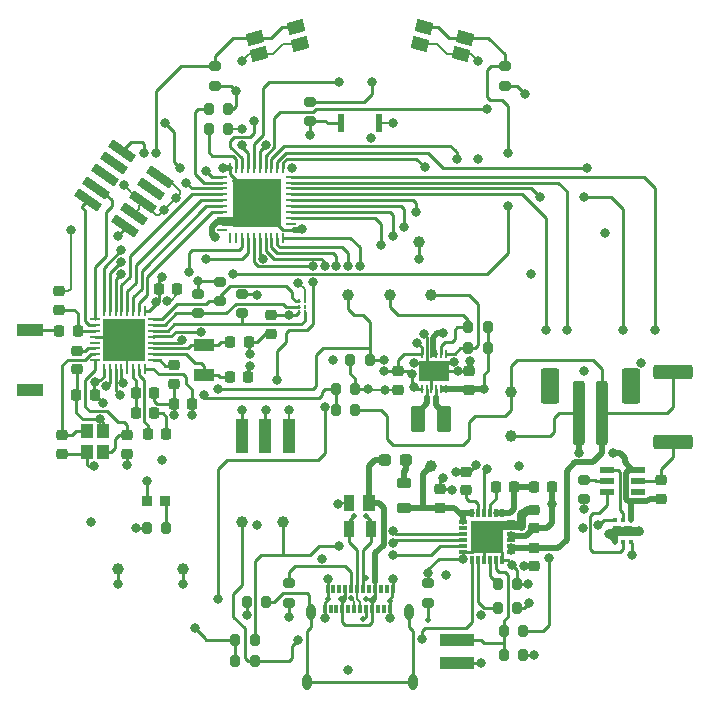
<source format=gbr>
%TF.GenerationSoftware,KiCad,Pcbnew,6.0.7+dfsg-1~bpo11+1*%
%TF.CreationDate,2022-09-06T20:28:50+02:00*%
%TF.ProjectId,pcb,7063622e-6b69-4636-9164-5f7063625858,0.1*%
%TF.SameCoordinates,Original*%
%TF.FileFunction,Copper,L1,Top*%
%TF.FilePolarity,Positive*%
%FSLAX46Y46*%
G04 Gerber Fmt 4.6, Leading zero omitted, Abs format (unit mm)*
G04 Created by KiCad (PCBNEW 6.0.7+dfsg-1~bpo11+1) date 2022-09-06 20:28:50*
%MOMM*%
%LPD*%
G01*
G04 APERTURE LIST*
G04 Aperture macros list*
%AMRoundRect*
0 Rectangle with rounded corners*
0 $1 Rounding radius*
0 $2 $3 $4 $5 $6 $7 $8 $9 X,Y pos of 4 corners*
0 Add a 4 corners polygon primitive as box body*
4,1,4,$2,$3,$4,$5,$6,$7,$8,$9,$2,$3,0*
0 Add four circle primitives for the rounded corners*
1,1,$1+$1,$2,$3*
1,1,$1+$1,$4,$5*
1,1,$1+$1,$6,$7*
1,1,$1+$1,$8,$9*
0 Add four rect primitives between the rounded corners*
20,1,$1+$1,$2,$3,$4,$5,0*
20,1,$1+$1,$4,$5,$6,$7,0*
20,1,$1+$1,$6,$7,$8,$9,0*
20,1,$1+$1,$8,$9,$2,$3,0*%
%AMRotRect*
0 Rectangle, with rotation*
0 The origin of the aperture is its center*
0 $1 length*
0 $2 width*
0 $3 Rotation angle, in degrees counterclockwise*
0 Add horizontal line*
21,1,$1,$2,0,0,$3*%
G04 Aperture macros list end*
%TA.AperFunction,SMDPad,CuDef*%
%ADD10RotRect,2.400000X0.760000X145.000000*%
%TD*%
%TA.AperFunction,SMDPad,CuDef*%
%ADD11R,0.950000X0.950000*%
%TD*%
%TA.AperFunction,SMDPad,CuDef*%
%ADD12R,1.800000X1.000000*%
%TD*%
%TA.AperFunction,SMDPad,CuDef*%
%ADD13R,0.800000X0.300000*%
%TD*%
%TA.AperFunction,SMDPad,CuDef*%
%ADD14R,0.300000X0.800000*%
%TD*%
%TA.AperFunction,SMDPad,CuDef*%
%ADD15R,2.800000X2.800000*%
%TD*%
%TA.AperFunction,SMDPad,CuDef*%
%ADD16RoundRect,0.225000X0.225000X0.250000X-0.225000X0.250000X-0.225000X-0.250000X0.225000X-0.250000X0*%
%TD*%
%TA.AperFunction,SMDPad,CuDef*%
%ADD17C,1.000000*%
%TD*%
%TA.AperFunction,SMDPad,CuDef*%
%ADD18RoundRect,0.250000X-0.250000X-2.500000X0.250000X-2.500000X0.250000X2.500000X-0.250000X2.500000X0*%
%TD*%
%TA.AperFunction,SMDPad,CuDef*%
%ADD19RoundRect,0.250000X-0.550000X-1.250000X0.550000X-1.250000X0.550000X1.250000X-0.550000X1.250000X0*%
%TD*%
%TA.AperFunction,SMDPad,CuDef*%
%ADD20RoundRect,0.200000X0.200000X0.275000X-0.200000X0.275000X-0.200000X-0.275000X0.200000X-0.275000X0*%
%TD*%
%TA.AperFunction,SMDPad,CuDef*%
%ADD21R,0.250000X0.300000*%
%TD*%
%TA.AperFunction,SMDPad,CuDef*%
%ADD22RoundRect,0.225000X0.250000X-0.225000X0.250000X0.225000X-0.250000X0.225000X-0.250000X-0.225000X0*%
%TD*%
%TA.AperFunction,SMDPad,CuDef*%
%ADD23RoundRect,0.200000X-0.275000X0.200000X-0.275000X-0.200000X0.275000X-0.200000X0.275000X0.200000X0*%
%TD*%
%TA.AperFunction,SMDPad,CuDef*%
%ADD24RoundRect,0.200000X-0.200000X-0.275000X0.200000X-0.275000X0.200000X0.275000X-0.200000X0.275000X0*%
%TD*%
%TA.AperFunction,SMDPad,CuDef*%
%ADD25RoundRect,0.225000X-0.250000X0.225000X-0.250000X-0.225000X0.250000X-0.225000X0.250000X0.225000X0*%
%TD*%
%TA.AperFunction,SMDPad,CuDef*%
%ADD26RoundRect,0.200000X0.275000X-0.200000X0.275000X0.200000X-0.275000X0.200000X-0.275000X-0.200000X0*%
%TD*%
%TA.AperFunction,SMDPad,CuDef*%
%ADD27RotRect,1.400000X1.050000X165.500000*%
%TD*%
%TA.AperFunction,SMDPad,CuDef*%
%ADD28RoundRect,0.062500X0.337500X0.062500X-0.337500X0.062500X-0.337500X-0.062500X0.337500X-0.062500X0*%
%TD*%
%TA.AperFunction,SMDPad,CuDef*%
%ADD29RoundRect,0.062500X0.062500X0.337500X-0.062500X0.337500X-0.062500X-0.337500X0.062500X-0.337500X0*%
%TD*%
%TA.AperFunction,SMDPad,CuDef*%
%ADD30R,3.600000X3.600000*%
%TD*%
%TA.AperFunction,SMDPad,CuDef*%
%ADD31R,0.300000X0.700000*%
%TD*%
%TA.AperFunction,ComponentPad*%
%ADD32O,0.800000X1.400000*%
%TD*%
%TA.AperFunction,SMDPad,CuDef*%
%ADD33RoundRect,0.250000X-0.375000X-0.850000X0.375000X-0.850000X0.375000X0.850000X-0.375000X0.850000X0*%
%TD*%
%TA.AperFunction,SMDPad,CuDef*%
%ADD34R,0.550000X1.500000*%
%TD*%
%TA.AperFunction,SMDPad,CuDef*%
%ADD35RotRect,1.400000X1.050000X194.500000*%
%TD*%
%TA.AperFunction,SMDPad,CuDef*%
%ADD36RoundRect,0.218750X-0.218750X-0.256250X0.218750X-0.256250X0.218750X0.256250X-0.218750X0.256250X0*%
%TD*%
%TA.AperFunction,SMDPad,CuDef*%
%ADD37RoundRect,0.218750X-0.381250X0.218750X-0.381250X-0.218750X0.381250X-0.218750X0.381250X0.218750X0*%
%TD*%
%TA.AperFunction,SMDPad,CuDef*%
%ADD38RoundRect,0.062500X-0.375000X-0.062500X0.375000X-0.062500X0.375000X0.062500X-0.375000X0.062500X0*%
%TD*%
%TA.AperFunction,SMDPad,CuDef*%
%ADD39RoundRect,0.062500X-0.062500X-0.375000X0.062500X-0.375000X0.062500X0.375000X-0.062500X0.375000X0*%
%TD*%
%TA.AperFunction,SMDPad,CuDef*%
%ADD40R,4.100000X4.100000*%
%TD*%
%TA.AperFunction,SMDPad,CuDef*%
%ADD41RoundRect,0.225000X-0.225000X-0.250000X0.225000X-0.250000X0.225000X0.250000X-0.225000X0.250000X0*%
%TD*%
%TA.AperFunction,SMDPad,CuDef*%
%ADD42R,1.000000X1.150000*%
%TD*%
%TA.AperFunction,SMDPad,CuDef*%
%ADD43RoundRect,0.218750X0.218750X0.256250X-0.218750X0.256250X-0.218750X-0.256250X0.218750X-0.256250X0*%
%TD*%
%TA.AperFunction,SMDPad,CuDef*%
%ADD44R,1.100000X1.400000*%
%TD*%
%TA.AperFunction,SMDPad,CuDef*%
%ADD45R,0.900000X1.400000*%
%TD*%
%TA.AperFunction,SMDPad,CuDef*%
%ADD46R,0.400000X0.425000*%
%TD*%
%TA.AperFunction,SMDPad,CuDef*%
%ADD47R,0.650000X0.900000*%
%TD*%
%TA.AperFunction,SMDPad,CuDef*%
%ADD48R,0.200000X0.800000*%
%TD*%
%TA.AperFunction,SMDPad,CuDef*%
%ADD49R,2.550000X1.800000*%
%TD*%
%TA.AperFunction,SMDPad,CuDef*%
%ADD50R,1.000000X3.000000*%
%TD*%
%TA.AperFunction,SMDPad,CuDef*%
%ADD51R,3.000000X1.000000*%
%TD*%
%TA.AperFunction,SMDPad,CuDef*%
%ADD52R,1.150000X0.600000*%
%TD*%
%TA.AperFunction,SMDPad,CuDef*%
%ADD53RoundRect,0.250000X1.425000X-0.362500X1.425000X0.362500X-1.425000X0.362500X-1.425000X-0.362500X0*%
%TD*%
%TA.AperFunction,SMDPad,CuDef*%
%ADD54R,2.200000X1.100000*%
%TD*%
%TA.AperFunction,SMDPad,CuDef*%
%ADD55RoundRect,0.237500X-0.287500X-0.237500X0.287500X-0.237500X0.287500X0.237500X-0.287500X0.237500X0*%
%TD*%
%TA.AperFunction,ViaPad*%
%ADD56C,0.800000*%
%TD*%
%TA.AperFunction,ViaPad*%
%ADD57C,0.500000*%
%TD*%
%TA.AperFunction,Conductor*%
%ADD58C,0.762000*%
%TD*%
%TA.AperFunction,Conductor*%
%ADD59C,0.250000*%
%TD*%
%TA.AperFunction,Conductor*%
%ADD60C,0.254000*%
%TD*%
%TA.AperFunction,Conductor*%
%ADD61C,0.508000*%
%TD*%
%TA.AperFunction,Conductor*%
%ADD62C,0.200000*%
%TD*%
%TA.AperFunction,Conductor*%
%ADD63C,0.261112*%
%TD*%
%TA.AperFunction,Conductor*%
%ADD64C,0.293000*%
%TD*%
G04 APERTURE END LIST*
D10*
%TO.P,X5,1,VTref*%
%TO.N,3.3V*%
X130140462Y-88699120D03*
%TO.P,X5,2,SWDIO/TMS*%
%TO.N,SWDIO*%
X126945769Y-86462172D03*
%TO.P,X5,3,GND*%
%TO.N,BAT_PROT-*%
X130868904Y-87658797D03*
%TO.P,X5,4,SWDCLK/TCK*%
%TO.N,SWDCLK*%
X127674211Y-85421849D03*
%TO.P,X5,5,GND*%
%TO.N,BAT_PROT-*%
X131597346Y-86618474D03*
%TO.P,X5,6,SWO/TDO*%
%TO.N,unconnected-(X5-Pad6)*%
X128402654Y-84381526D03*
%TO.P,X5,7,KEY*%
%TO.N,unconnected-(X5-Pad7)*%
X132325789Y-85578151D03*
%TO.P,X5,8,NC/TDI*%
%TO.N,unconnected-(X5-Pad8)*%
X129131096Y-83341203D03*
%TO.P,X5,9,GNDDetect*%
%TO.N,BAT_PROT-*%
X133054231Y-84537828D03*
%TO.P,X5,10,~{RESET}*%
%TO.N,NRST*%
X129859538Y-82300880D03*
%TD*%
D11*
%TO.P,V7,1*%
%TO.N,DBG_LED*%
X132000000Y-112000000D03*
%TO.P,V7,2*%
%TO.N,Net-(R21-Pad2)*%
X133500000Y-112000000D03*
%TD*%
D12*
%TO.P,Y2,1,1*%
%TO.N,LSE2*%
X136798000Y-98798000D03*
%TO.P,Y2,2,2*%
%TO.N,LSE1*%
X136798000Y-101298000D03*
%TD*%
D13*
%TO.P,V5,1,VAC*%
%TO.N,VBUS*%
X158750000Y-113750000D03*
%TO.P,V5,2,NC*%
%TO.N,unconnected-(V5-Pad2)*%
X158750000Y-114250000D03*
%TO.P,V5,3,D+*%
%TO.N,USB_D+*%
X158750000Y-114750000D03*
%TO.P,V5,4,D-*%
%TO.N,USB_D-*%
X158750000Y-115250000D03*
%TO.P,V5,5,STAT*%
%TO.N,/Power/CHRG_STAT*%
X158750000Y-115750000D03*
%TO.P,V5,6,OTG*%
%TO.N,BAT_PROT-*%
X158750000Y-116250000D03*
D14*
%TO.P,V5,7,~{PG}*%
%TO.N,/Power/~{CHRG_PG}*%
X159500000Y-117000000D03*
%TO.P,V5,8,ILIM*%
%TO.N,/Power/ILIM*%
X160000000Y-117000000D03*
%TO.P,V5,9,~{CE}*%
%TO.N,BAT_PROT-*%
X160500000Y-117000000D03*
%TO.P,V5,10,ICHG*%
%TO.N,/Power/ICHG*%
X161000000Y-117000000D03*
%TO.P,V5,11,TS*%
%TO.N,/Power/NTC_IN*%
X161500000Y-117000000D03*
%TO.P,V5,12,VSET*%
%TO.N,BAT_PROT-*%
X162000000Y-117000000D03*
D13*
%TO.P,V5,13,BAT_1*%
%TO.N,BAT_PROT+*%
X162750000Y-116250000D03*
%TO.P,V5,14,BAT_2*%
X162750000Y-115750000D03*
%TO.P,V5,15,SYS_1*%
%TO.N,CHRG_OUT*%
X162750000Y-115250000D03*
%TO.P,V5,16,SYS_2*%
X162750000Y-114750000D03*
%TO.P,V5,17,GND_1*%
%TO.N,BAT_PROT-*%
X162750000Y-114250000D03*
%TO.P,V5,18,GND_2*%
X162750000Y-113750000D03*
D14*
%TO.P,V5,19,SW_1*%
%TO.N,Net-(C2-Pad2)*%
X162000000Y-113000000D03*
%TO.P,V5,20,SW_2*%
X161500000Y-113000000D03*
%TO.P,V5,21,BTST*%
%TO.N,Net-(C2-Pad1)*%
X161000000Y-113000000D03*
%TO.P,V5,22,REGN*%
%TO.N,REGN*%
X160500000Y-113000000D03*
%TO.P,V5,23,PMID*%
%TO.N,/Power/PMID*%
X160000000Y-113000000D03*
%TO.P,V5,24,VBUS*%
%TO.N,VBUS*%
X159500000Y-113000000D03*
D15*
%TO.P,V5,25,THERMALPAD*%
%TO.N,BAT_PROT-*%
X160750000Y-115000000D03*
%TD*%
D16*
%TO.P,C10,1*%
%TO.N,3.3V*%
X135775000Y-103750000D03*
%TO.P,C10,2*%
%TO.N,BAT_PROT-*%
X134225000Y-103750000D03*
%TD*%
D17*
%TO.P,TP2,1,1*%
%TO.N,BAT_PROT-*%
X155000000Y-90000000D03*
%TD*%
D18*
%TO.P,X2,1,Pin_1*%
%TO.N,BAT-*%
X168500000Y-104500000D03*
%TO.P,X2,2,Pin_2*%
%TO.N,BAT_PROT+*%
X170500000Y-104500000D03*
D19*
%TO.P,X2,MP*%
%TO.N,N/C*%
X166100000Y-102250000D03*
X172900000Y-102250000D03*
%TD*%
D20*
%TO.P,R25,1*%
%TO.N,PHOTO*%
X150825000Y-100000000D03*
%TO.P,R25,2*%
%TO.N,BAT_PROT-*%
X149175000Y-100000000D03*
%TD*%
D21*
%TO.P,V32,1,SCL*%
%TO.N,SCL*%
X145307000Y-95964000D03*
%TO.P,V32,2,NC*%
%TO.N,unconnected-(V32-Pad2)*%
X145307000Y-95504000D03*
%TO.P,V32,3,GND*%
%TO.N,BAT_PROT-*%
X145307000Y-95044000D03*
%TO.P,V32,4,INT*%
%TO.N,GYRO_INT*%
X144867000Y-95044000D03*
%TO.P,V32,5,SDA*%
%TO.N,SDA*%
X144867000Y-95504000D03*
%TO.P,V32,6,VDD*%
%TO.N,3.3V*%
X144867000Y-95964000D03*
%TD*%
D22*
%TO.P,C5,1*%
%TO.N,VBUS*%
X156750000Y-112525000D03*
%TO.P,C5,2*%
%TO.N,BAT_PROT-*%
X156750000Y-110975000D03*
%TD*%
D23*
%TO.P,R23,1*%
%TO.N,3.3V*%
X138176000Y-93409000D03*
%TO.P,R23,2*%
%TO.N,GYRO_INT*%
X138176000Y-95059000D03*
%TD*%
D24*
%TO.P,R7,1*%
%TO.N,Net-(R7-Pad1)*%
X159175000Y-99000000D03*
%TO.P,R7,2*%
%TO.N,CHRG_OUT*%
X160825000Y-99000000D03*
%TD*%
D17*
%TO.P,TP10,1,1*%
%TO.N,/Power/~{CHRG_PG}*%
X140000000Y-113750000D03*
%TD*%
D25*
%TO.P,C20,1*%
%TO.N,3.3V*%
X142494000Y-96253000D03*
%TO.P,C20,2*%
%TO.N,BAT_PROT-*%
X142494000Y-97803000D03*
%TD*%
D26*
%TO.P,R18,1*%
%TO.N,3.3V*%
X162250000Y-76825000D03*
%TO.P,R18,2*%
%TO.N,BTN1*%
X162250000Y-75175000D03*
%TD*%
%TO.P,R1,1*%
%TO.N,/Power/CC2*%
X155750000Y-120575000D03*
%TO.P,R1,2*%
%TO.N,BAT_PROT-*%
X155750000Y-118925000D03*
%TD*%
D27*
%TO.P,S3,2*%
%TO.N,BTN1*%
X155438860Y-71847409D03*
X158924191Y-72748777D03*
%TO.P,S3,1*%
%TO.N,BAT_PROT-*%
X158561140Y-74152591D03*
X155075809Y-73251223D03*
%TD*%
D25*
%TO.P,C16,1*%
%TO.N,/MCU/DEC1*%
X134250000Y-100475000D03*
%TO.P,C16,2*%
%TO.N,BAT_PROT-*%
X134250000Y-102025000D03*
%TD*%
D28*
%TO.P,V6,1,DEC1*%
%TO.N,/MCU/DEC1*%
X132498000Y-100048000D03*
%TO.P,V6,2,P0.00/XL1*%
%TO.N,LSE1*%
X132498000Y-99548000D03*
%TO.P,V6,3,P0.01/XL2*%
%TO.N,LSE2*%
X132498000Y-99048000D03*
%TO.P,V6,4,P0.04/AIN2*%
%TO.N,TXD*%
X132498000Y-98548000D03*
%TO.P,V6,5,P0.05/AIN3*%
%TO.N,RXD*%
X132498000Y-98048000D03*
%TO.P,V6,6,P0.06*%
%TO.N,SCL*%
X132498000Y-97548000D03*
%TO.P,V6,7,P0.09*%
%TO.N,SDA*%
X132498000Y-97048000D03*
%TO.P,V6,8,P0.10*%
%TO.N,GYRO_INT*%
X132498000Y-96548000D03*
D29*
%TO.P,V6,9,VDD*%
%TO.N,3.3V*%
X131798000Y-95848000D03*
%TO.P,V6,10,P0.12*%
%TO.N,CS_IO*%
X131298000Y-95848000D03*
%TO.P,V6,11,P0.14*%
%TO.N,MOSI*%
X130798000Y-95848000D03*
%TO.P,V6,12,P0.15*%
%TO.N,SCK*%
X130298000Y-95848000D03*
%TO.P,V6,13,P0.16*%
%TO.N,MISO*%
X129798000Y-95848000D03*
%TO.P,V6,14,P0.18*%
%TO.N,BTN1*%
X129298000Y-95848000D03*
%TO.P,V6,15,P0.20*%
%TO.N,BTN0*%
X128798000Y-95848000D03*
%TO.P,V6,16,P0.21/~{RESET}*%
%TO.N,NRST*%
X128298000Y-95848000D03*
D28*
%TO.P,V6,17,SWDCLK*%
%TO.N,SWDCLK*%
X127598000Y-96548000D03*
%TO.P,V6,18,SWDIO*%
%TO.N,SWDIO*%
X127598000Y-97048000D03*
%TO.P,V6,19,ANT*%
%TO.N,/MCU/ANT_IN*%
X127598000Y-97548000D03*
%TO.P,V6,20,VSS*%
%TO.N,BAT_PROT-*%
X127598000Y-98048000D03*
%TO.P,V6,21,DEC2*%
%TO.N,unconnected-(V6-Pad21)*%
X127598000Y-98548000D03*
%TO.P,V6,22,DEC3*%
%TO.N,/MCU/DEC3*%
X127598000Y-99048000D03*
%TO.P,V6,23,XC1*%
%TO.N,HSE1*%
X127598000Y-99548000D03*
%TO.P,V6,24,XC2*%
%TO.N,HSE2*%
X127598000Y-100048000D03*
D29*
%TO.P,V6,25,VDD*%
%TO.N,3.3V*%
X128298000Y-100748000D03*
%TO.P,V6,26,P0.25*%
%TO.N,DBG_LED*%
X128798000Y-100748000D03*
%TO.P,V6,27,P0.28/AIN4*%
%TO.N,BAT_SENS*%
X129298000Y-100748000D03*
%TO.P,V6,28,P0.30/AIN6*%
%TO.N,PHOTO*%
X129798000Y-100748000D03*
%TO.P,V6,29,VSS*%
%TO.N,BAT_PROT-*%
X130298000Y-100748000D03*
%TO.P,V6,30,DEC4*%
%TO.N,/MCU/DEC4*%
X130798000Y-100748000D03*
%TO.P,V6,31,DCC*%
%TO.N,/MCU/DCC*%
X131298000Y-100748000D03*
%TO.P,V6,32,VDD*%
%TO.N,3.3V*%
X131798000Y-100748000D03*
D30*
%TO.P,V6,33,VSS*%
%TO.N,BAT_PROT-*%
X130048000Y-98298000D03*
%TD*%
D24*
%TO.P,R13,1*%
%TO.N,/Power/NTC_IN*%
X162175000Y-125000000D03*
%TO.P,R13,2*%
%TO.N,BAT_PROT-*%
X163825000Y-125000000D03*
%TD*%
D22*
%TO.P,C9,1*%
%TO.N,BAT_PROT-*%
X124798000Y-107948000D03*
%TO.P,C9,2*%
%TO.N,HSE1*%
X124798000Y-106398000D03*
%TD*%
D26*
%TO.P,R17,1*%
%TO.N,3.3V*%
X137750000Y-76825000D03*
%TO.P,R17,2*%
%TO.N,BTN0*%
X137750000Y-75175000D03*
%TD*%
D17*
%TO.P,TP6,1,1*%
%TO.N,BAT_PROT-*%
X129500000Y-117750000D03*
%TD*%
D24*
%TO.P,R20,1*%
%TO.N,BAT_SENS*%
X147925000Y-102500000D03*
%TO.P,R20,2*%
%TO.N,BAT_PROT-*%
X149575000Y-102500000D03*
%TD*%
D23*
%TO.P,R2,1*%
%TO.N,/Power/CC1*%
X144000000Y-118925000D03*
%TO.P,R2,2*%
%TO.N,BAT_PROT-*%
X144000000Y-120575000D03*
%TD*%
D31*
%TO.P,X1,A1,GND*%
%TO.N,BAT_PROT-*%
X147250000Y-119420000D03*
%TO.P,X1,A2*%
%TO.N,N/C*%
X147750000Y-119420000D03*
%TO.P,X1,A3*%
X148250000Y-119420000D03*
%TO.P,X1,A4,VBUS*%
%TO.N,VBUS_CONN*%
X148750000Y-119420000D03*
%TO.P,X1,A5,CC1*%
%TO.N,/Power/CC1*%
X149250000Y-119420000D03*
%TO.P,X1,A6,D+*%
%TO.N,USB_D-*%
X149750000Y-119420000D03*
%TO.P,X1,A7,D-*%
%TO.N,USB_D+*%
X150250000Y-119420000D03*
%TO.P,X1,A8,SBU1*%
%TO.N,unconnected-(X1-PadA8)*%
X150750000Y-119420000D03*
%TO.P,X1,A9,VBUS*%
%TO.N,VBUS_CONN*%
X151250000Y-119420000D03*
%TO.P,X1,A10*%
%TO.N,N/C*%
X151750000Y-119420000D03*
%TO.P,X1,A11*%
X152250000Y-119420000D03*
%TO.P,X1,A12,GND*%
%TO.N,BAT_PROT-*%
X152750000Y-119420000D03*
%TO.P,X1,B1,GND*%
X152500000Y-121120000D03*
%TO.P,X1,B2*%
%TO.N,N/C*%
X152000000Y-121120000D03*
%TO.P,X1,B3*%
X151500000Y-121120000D03*
%TO.P,X1,B4,VBUS*%
%TO.N,VBUS_CONN*%
X151000000Y-121120000D03*
%TO.P,X1,B5,CC2*%
%TO.N,/Power/CC2*%
X150500000Y-121120000D03*
%TO.P,X1,B6,D+*%
%TO.N,USB_D-*%
X150000000Y-121120000D03*
%TO.P,X1,B7,D-*%
%TO.N,USB_D+*%
X149500000Y-121120000D03*
%TO.P,X1,B8,SBU2*%
%TO.N,unconnected-(X1-PadB8)*%
X149000000Y-121120000D03*
%TO.P,X1,B9,VBUS*%
%TO.N,VBUS_CONN*%
X148500000Y-121120000D03*
%TO.P,X1,B10*%
%TO.N,N/C*%
X148000000Y-121120000D03*
%TO.P,X1,B11*%
X147500000Y-121120000D03*
%TO.P,X1,B12,GND*%
%TO.N,BAT_PROT-*%
X147000000Y-121120000D03*
D32*
%TO.P,X1,S1,SHIELD*%
%TO.N,/Power/Shield*%
X154130000Y-121330000D03*
X145510000Y-127280000D03*
X145870000Y-121330000D03*
X154490000Y-127280000D03*
%TD*%
D33*
%TO.P,L2,1*%
%TO.N,Net-(L2-Pad1)*%
X154925000Y-105000000D03*
%TO.P,L2,2*%
%TO.N,Net-(L2-Pad2)*%
X157075000Y-105000000D03*
%TD*%
D17*
%TO.P,TP4,1,1*%
%TO.N,BAT-*%
X162750000Y-106500000D03*
%TD*%
D34*
%TO.P,S1,2*%
%TO.N,NRST*%
X148375000Y-80000000D03*
%TO.P,S1,1*%
%TO.N,BAT_PROT-*%
X151625000Y-80000000D03*
%TD*%
D25*
%TO.P,C1,1*%
%TO.N,Net-(C1-Pad1)*%
X175500000Y-110225000D03*
%TO.P,C1,2*%
%TO.N,BAT-*%
X175500000Y-111775000D03*
%TD*%
D35*
%TO.P,S2,2*%
%TO.N,BTN0*%
X144561140Y-71847409D03*
X141075809Y-72748777D03*
%TO.P,S2,1*%
%TO.N,BAT_PROT-*%
X144924191Y-73251223D03*
X141438860Y-74152591D03*
%TD*%
D25*
%TO.P,C15,1*%
%TO.N,/MCU/DEC3*%
X126048000Y-99273000D03*
%TO.P,C15,2*%
%TO.N,BAT_PROT-*%
X126048000Y-100823000D03*
%TD*%
D36*
%TO.P,L1,1*%
%TO.N,Net-(C2-Pad2)*%
X164712500Y-110750000D03*
%TO.P,L1,2*%
%TO.N,CHRG_OUT*%
X166287500Y-110750000D03*
%TD*%
D22*
%TO.P,C8,1*%
%TO.N,CHRG_OUT*%
X164750000Y-114250000D03*
%TO.P,C8,2*%
%TO.N,BAT_PROT-*%
X164750000Y-112700000D03*
%TD*%
D24*
%TO.P,R21,1*%
%TO.N,3.3V*%
X131925000Y-114250000D03*
%TO.P,R21,2*%
%TO.N,Net-(R21-Pad2)*%
X133575000Y-114250000D03*
%TD*%
D17*
%TO.P,TP3,1,1*%
%TO.N,BAT_PROT+*%
X162750000Y-102750000D03*
%TD*%
D37*
%TO.P,FB1,1*%
%TO.N,Net-(F1-Pad2)*%
X153750000Y-110437500D03*
%TO.P,FB1,2*%
%TO.N,VBUS*%
X153750000Y-112562500D03*
%TD*%
D17*
%TO.P,TP1,1,1*%
%TO.N,3.3V*%
X135000000Y-117750000D03*
%TD*%
%TO.P,TP5,1,1*%
%TO.N,VBUS*%
X156000000Y-109000000D03*
%TD*%
D20*
%TO.P,R24,1*%
%TO.N,3.3V*%
X138825000Y-78750000D03*
%TO.P,R24,2*%
%TO.N,Net-(R24-Pad2)*%
X137175000Y-78750000D03*
%TD*%
D38*
%TO.P,V33,1,VDD*%
%TO.N,3.3V*%
X138312500Y-84500000D03*
%TO.P,V33,2,~{RESET}*%
%TO.N,Net-(R24-Pad2)*%
X138312500Y-85000000D03*
%TO.P,V33,3,VDDIO*%
%TO.N,3.3V*%
X138312500Y-85500000D03*
%TO.P,V33,4,SDO*%
%TO.N,MISO*%
X138312500Y-86000000D03*
%TO.P,V33,5,SCLK*%
%TO.N,SCK*%
X138312500Y-86500000D03*
%TO.P,V33,6,SDI*%
%TO.N,MOSI*%
X138312500Y-87000000D03*
%TO.P,V33,7,~{CS}*%
%TO.N,CS_IO*%
X138312500Y-87500000D03*
%TO.P,V33,8,~{OE}*%
%TO.N,BAT_PROT-*%
X138312500Y-88000000D03*
%TO.P,V33,9,VSS_1*%
X138312500Y-88500000D03*
%TO.P,V33,10,N/C_1*%
%TO.N,unconnected-(V33-Pad10)*%
X138312500Y-89000000D03*
D39*
%TO.P,V33,11,TEST*%
%TO.N,unconnected-(V33-Pad11)*%
X139000000Y-89687500D03*
%TO.P,V33,12,N/C_2*%
%TO.N,unconnected-(V33-Pad12)*%
X139500000Y-89687500D03*
%TO.P,V33,13,LED0*%
%TO.N,Ring1_2*%
X140000000Y-89687500D03*
%TO.P,V33,14,LED1*%
%TO.N,Ring0_2*%
X140500000Y-89687500D03*
%TO.P,V33,15,LED2*%
%TO.N,Ring1_3*%
X141000000Y-89687500D03*
%TO.P,V33,16,LED3*%
%TO.N,Ring0_3*%
X141500000Y-89687500D03*
%TO.P,V33,17,LED4*%
%TO.N,Ring1_4*%
X142000000Y-89687500D03*
%TO.P,V33,18,LED5*%
%TO.N,Ring0_4*%
X142500000Y-89687500D03*
%TO.P,V33,19,LED6*%
%TO.N,Ring1_5*%
X143000000Y-89687500D03*
%TO.P,V33,20,LED7*%
%TO.N,Ring0_5*%
X143500000Y-89687500D03*
D38*
%TO.P,V33,21,VSS_2*%
%TO.N,BAT_PROT-*%
X144187500Y-89000000D03*
%TO.P,V33,22,N/C_3*%
%TO.N,unconnected-(V33-Pad22)*%
X144187500Y-88500000D03*
%TO.P,V33,23,LED8*%
%TO.N,Ring1_6*%
X144187500Y-88000000D03*
%TO.P,V33,24,LED9*%
%TO.N,Ring0_6*%
X144187500Y-87500000D03*
%TO.P,V33,25,LED10*%
%TO.N,Ring1_7*%
X144187500Y-87000000D03*
%TO.P,V33,26,LED11*%
%TO.N,Ring0_7*%
X144187500Y-86500000D03*
%TO.P,V33,27,LED12*%
%TO.N,Ring1_8*%
X144187500Y-86000000D03*
%TO.P,V33,28,LED13*%
%TO.N,Ring0_8*%
X144187500Y-85500000D03*
%TO.P,V33,29,LED14*%
%TO.N,Ring1_9*%
X144187500Y-85000000D03*
%TO.P,V33,30,LED15*%
%TO.N,Ring0_9*%
X144187500Y-84500000D03*
D39*
%TO.P,V33,31,LED16*%
%TO.N,Ring1_10*%
X143500000Y-83812500D03*
%TO.P,V33,32,LED17*%
%TO.N,Ring0_10*%
X143000000Y-83812500D03*
%TO.P,V33,33,LED18*%
%TO.N,Ring1_11*%
X142500000Y-83812500D03*
%TO.P,V33,34,LED19*%
%TO.N,Ring0_11*%
X142000000Y-83812500D03*
%TO.P,V33,35,LED20*%
%TO.N,Ring1_0*%
X141500000Y-83812500D03*
%TO.P,V33,36,LED21*%
%TO.N,Ring0_0*%
X141000000Y-83812500D03*
%TO.P,V33,37,LED22*%
%TO.N,Ring1_1*%
X140500000Y-83812500D03*
%TO.P,V33,38,LED23*%
%TO.N,Ring0_1*%
X140000000Y-83812500D03*
%TO.P,V33,39,REXT*%
%TO.N,Net-(R22-Pad2)*%
X139500000Y-83812500D03*
%TO.P,V33,40,VSS_3*%
%TO.N,BAT_PROT-*%
X139000000Y-83812500D03*
D40*
%TO.P,V33,41,VSS_4*%
X141250000Y-86750000D03*
%TD*%
D41*
%TO.P,C2,1*%
%TO.N,Net-(C2-Pad1)*%
X161475000Y-110750000D03*
%TO.P,C2,2*%
%TO.N,Net-(C2-Pad2)*%
X163025000Y-110750000D03*
%TD*%
D42*
%TO.P,Y1,1,1*%
%TO.N,HSE1*%
X126848000Y-106048000D03*
%TO.P,Y1,2,2*%
%TO.N,BAT_PROT-*%
X126848000Y-107798000D03*
%TO.P,Y1,3,3*%
%TO.N,HSE2*%
X128248000Y-107798000D03*
%TO.P,Y1,4,4*%
%TO.N,BAT_PROT-*%
X128248000Y-106048000D03*
%TD*%
D20*
%TO.P,R22,1*%
%TO.N,BAT_PROT-*%
X138825000Y-80500000D03*
%TO.P,R22,2*%
%TO.N,Net-(R22-Pad2)*%
X137175000Y-80500000D03*
%TD*%
D17*
%TO.P,TP7,1,1*%
%TO.N,Net-(R6-Pad1)*%
X152500000Y-94500000D03*
%TD*%
D22*
%TO.P,C6,1*%
%TO.N,CHRG_OUT*%
X159250000Y-102525000D03*
%TO.P,C6,2*%
%TO.N,BAT_PROT-*%
X159250000Y-100975000D03*
%TD*%
D17*
%TO.P,TP8,1,1*%
%TO.N,Net-(R7-Pad1)*%
X156000000Y-94500000D03*
%TD*%
D16*
%TO.P,C19,1*%
%TO.N,BAT_PROT-*%
X140573000Y-98500000D03*
%TO.P,C19,2*%
%TO.N,LSE2*%
X139023000Y-98500000D03*
%TD*%
D20*
%TO.P,R12,1*%
%TO.N,REGN*%
X163825000Y-123000000D03*
%TO.P,R12,2*%
%TO.N,/Power/NTC_IN*%
X162175000Y-123000000D03*
%TD*%
D26*
%TO.P,R3,1*%
%TO.N,BAT_PROT-*%
X169000000Y-111825000D03*
%TO.P,R3,2*%
%TO.N,Net-(R3-Pad2)*%
X169000000Y-110175000D03*
%TD*%
D24*
%TO.P,R6,1*%
%TO.N,Net-(R6-Pad1)*%
X159175000Y-97250000D03*
%TO.P,R6,2*%
%TO.N,CHRG_OUT*%
X160825000Y-97250000D03*
%TD*%
D20*
%TO.P,R11,1*%
%TO.N,BAT_PROT-*%
X163325000Y-119000000D03*
%TO.P,R11,2*%
%TO.N,/Power/ICHG*%
X161675000Y-119000000D03*
%TD*%
D43*
%TO.P,L3,1*%
%TO.N,Net-(L3-Pad1)*%
X132585500Y-104548000D03*
%TO.P,L3,2*%
%TO.N,/MCU/DEC4*%
X131010500Y-104548000D03*
%TD*%
D20*
%TO.P,R5,1*%
%TO.N,/Power/Shield*%
X142075000Y-120500000D03*
%TO.P,R5,2*%
%TO.N,BAT_PROT-*%
X140425000Y-120500000D03*
%TD*%
D44*
%TO.P,V3,1,COMMON_A*%
%TO.N,VBUS_CONN*%
X150750000Y-112150000D03*
D45*
%TO.P,V3,2,K_1*%
%TO.N,BAT_PROT-*%
X149050000Y-112150000D03*
%TO.P,V3,3,K_2*%
%TO.N,USB_D-*%
X149050000Y-114350000D03*
%TO.P,V3,4,K_3*%
%TO.N,USB_D+*%
X150950000Y-114350000D03*
%TD*%
D46*
%TO.P,V2,1,SOURCE1*%
%TO.N,BAT-*%
X172900000Y-113562000D03*
%TO.P,V2,2,GATE1*%
%TO.N,Net-(V1-Pad1)*%
X172250000Y-113562000D03*
%TO.P,V2,3,DRAIN2_1*%
%TO.N,Net-(V2-Pad3)*%
X171600000Y-113562000D03*
%TO.P,V2,4,SOURCE2*%
%TO.N,BAT_PROT-*%
X171600000Y-115438000D03*
%TO.P,V2,5,GATE2*%
%TO.N,Net-(V1-Pad3)*%
X172250000Y-115438000D03*
%TO.P,V2,6,DRAIN2_2*%
%TO.N,Net-(V2-Pad3)*%
X172900000Y-115438000D03*
D47*
%TO.P,V2,7,D2*%
%TO.N,BAT_PROT-*%
X171775000Y-114500000D03*
%TO.P,V2,8,D1*%
X172725000Y-114500000D03*
%TD*%
D41*
%TO.P,C12,1*%
%TO.N,3.3V*%
X132975000Y-94000000D03*
%TO.P,C12,2*%
%TO.N,BAT_PROT-*%
X134525000Y-94000000D03*
%TD*%
D48*
%TO.P,V4,1,VOUT*%
%TO.N,3.3V*%
X155250000Y-102500000D03*
%TO.P,V4,2,LX2*%
%TO.N,Net-(L2-Pad1)*%
X155650000Y-102500000D03*
%TO.P,V4,3,PGND*%
%TO.N,BAT_PROT-*%
X156050000Y-102500000D03*
%TO.P,V4,4,LX1*%
%TO.N,Net-(L2-Pad2)*%
X156450000Y-102500000D03*
%TO.P,V4,5,PVIN*%
%TO.N,CHRG_OUT*%
X156850000Y-102500000D03*
%TO.P,V4,6,VIN*%
X157250000Y-102500000D03*
%TO.P,V4,7,PG*%
%TO.N,Net-(R7-Pad1)*%
X157250000Y-99500000D03*
%TO.P,V4,8,~{BAT}*%
%TO.N,Net-(R6-Pad1)*%
X156850000Y-99500000D03*
%TO.P,V4,9,EN*%
%TO.N,CHRG_OUT*%
X156450000Y-99500000D03*
%TO.P,V4,10,MODE/SYNC*%
X156050000Y-99500000D03*
%TO.P,V4,11,GND*%
%TO.N,BAT_PROT-*%
X155650000Y-99500000D03*
%TO.P,V4,12,FB*%
%TO.N,3.3V*%
X155250000Y-99500000D03*
D49*
%TO.P,V4,13,EP*%
%TO.N,BAT_PROT-*%
X156250000Y-101000000D03*
%TD*%
D36*
%TO.P,L5,1*%
%TO.N,/MCU/ANT_TP*%
X124510500Y-97536000D03*
%TO.P,L5,2*%
%TO.N,/MCU/ANT_IN*%
X126085500Y-97536000D03*
%TD*%
D17*
%TO.P,TP9,1,1*%
%TO.N,/Power/CHRG_STAT*%
X143500000Y-113750000D03*
%TD*%
D41*
%TO.P,C13,1*%
%TO.N,/MCU/DEC4*%
X131023000Y-102798000D03*
%TO.P,C13,2*%
%TO.N,BAT_PROT-*%
X132573000Y-102798000D03*
%TD*%
D20*
%TO.P,R19,1*%
%TO.N,BAT_PROT+*%
X149575000Y-104250000D03*
%TO.P,R19,2*%
%TO.N,BAT_SENS*%
X147925000Y-104250000D03*
%TD*%
D50*
%TO.P,X4,1,Pin_1*%
%TO.N,TXD*%
X139986000Y-106426000D03*
%TO.P,X4,2,Pin_2*%
%TO.N,RXD*%
X141986000Y-106426000D03*
%TO.P,X4,3,Pin_3*%
%TO.N,BAT_PROT-*%
X143986000Y-106426000D03*
%TD*%
D23*
%TO.P,R16,1*%
%TO.N,3.3V*%
X145750000Y-78175000D03*
%TO.P,R16,2*%
%TO.N,NRST*%
X145750000Y-79825000D03*
%TD*%
D17*
%TO.P,TP11,1,1*%
%TO.N,PHOTO*%
X149000000Y-94500000D03*
%TD*%
D51*
%TO.P,X3,1,Pin_1*%
%TO.N,/Power/NTC_IN*%
X158250000Y-123714000D03*
%TO.P,X3,2,Pin_2*%
%TO.N,BAT_PROT-*%
X158250000Y-125714000D03*
%TD*%
D52*
%TO.P,V1,1,DO*%
%TO.N,Net-(V1-Pad1)*%
X170950000Y-109300000D03*
%TO.P,V1,2,VM*%
%TO.N,Net-(R3-Pad2)*%
X170950000Y-110250000D03*
%TO.P,V1,3,CO*%
%TO.N,Net-(V1-Pad3)*%
X170950000Y-111200000D03*
%TO.P,V1,4,NC*%
%TO.N,unconnected-(V1-Pad4)*%
X173550000Y-111200000D03*
%TO.P,V1,5,VDD*%
%TO.N,Net-(C1-Pad1)*%
X173550000Y-110250000D03*
%TO.P,V1,6,VSS*%
%TO.N,BAT-*%
X173550000Y-109300000D03*
%TD*%
D24*
%TO.P,R8,1*%
%TO.N,3.3V*%
X139425000Y-123750000D03*
%TO.P,R8,2*%
%TO.N,/Power/CHRG_STAT*%
X141075000Y-123750000D03*
%TD*%
D36*
%TO.P,L4,1*%
%TO.N,/MCU/DCC*%
X132010500Y-106298000D03*
%TO.P,L4,2*%
%TO.N,Net-(L3-Pad1)*%
X133585500Y-106298000D03*
%TD*%
D23*
%TO.P,R15,1*%
%TO.N,3.3V*%
X136250000Y-94425000D03*
%TO.P,R15,2*%
%TO.N,SDA*%
X136250000Y-96075000D03*
%TD*%
D24*
%TO.P,R9,1*%
%TO.N,3.3V*%
X139425000Y-125500000D03*
%TO.P,R9,2*%
%TO.N,/Power/~{CHRG_PG}*%
X141075000Y-125500000D03*
%TD*%
D16*
%TO.P,C11,1*%
%TO.N,3.3V*%
X127525000Y-103000000D03*
%TO.P,C11,2*%
%TO.N,BAT_PROT-*%
X125975000Y-103000000D03*
%TD*%
D53*
%TO.P,R4,1*%
%TO.N,Net-(C1-Pad1)*%
X176500000Y-106962500D03*
%TO.P,R4,2*%
%TO.N,BAT_PROT+*%
X176500000Y-101037500D03*
%TD*%
D54*
%TO.P,AE1,1,A*%
%TO.N,/MCU/ANT_TP*%
X122048000Y-97498000D03*
%TO.P,AE1,MT*%
%TO.N,N/C*%
X122048000Y-102598000D03*
%TD*%
D25*
%TO.P,C7,1*%
%TO.N,BAT_PROT+*%
X164750000Y-115950000D03*
%TO.P,C7,2*%
%TO.N,BAT_PROT-*%
X164750000Y-117500000D03*
%TD*%
D16*
%TO.P,C17,1*%
%TO.N,BAT_PROT-*%
X140525000Y-101500000D03*
%TO.P,C17,2*%
%TO.N,LSE1*%
X138975000Y-101500000D03*
%TD*%
D25*
%TO.P,C4,1*%
%TO.N,3.3V*%
X153250000Y-100975000D03*
%TO.P,C4,2*%
%TO.N,BAT_PROT-*%
X153250000Y-102525000D03*
%TD*%
D22*
%TO.P,C18,1*%
%TO.N,/MCU/ANT_IN*%
X124500000Y-95775000D03*
%TO.P,C18,2*%
%TO.N,BAT_PROT-*%
X124500000Y-94225000D03*
%TD*%
D23*
%TO.P,R14,1*%
%TO.N,3.3V*%
X140000000Y-94425000D03*
%TO.P,R14,2*%
%TO.N,SCL*%
X140000000Y-96075000D03*
%TD*%
D22*
%TO.P,C14,1*%
%TO.N,BAT_PROT-*%
X130298000Y-107948000D03*
%TO.P,C14,2*%
%TO.N,HSE2*%
X130298000Y-106398000D03*
%TD*%
%TO.P,C3,1*%
%TO.N,/Power/PMID*%
X159000000Y-111025000D03*
%TO.P,C3,2*%
%TO.N,BAT_PROT-*%
X159000000Y-109475000D03*
%TD*%
D20*
%TO.P,R10,1*%
%TO.N,BAT_PROT-*%
X163325000Y-121000000D03*
%TO.P,R10,2*%
%TO.N,/Power/ILIM*%
X161675000Y-121000000D03*
%TD*%
D55*
%TO.P,F1,1*%
%TO.N,VBUS_CONN*%
X152125000Y-108500000D03*
%TO.P,F1,2*%
%TO.N,Net-(F1-Pad2)*%
X153875000Y-108500000D03*
%TD*%
D56*
%TO.N,BAT_PROT-*%
X157750000Y-111000000D03*
X163750000Y-113083500D03*
X157945647Y-100154500D03*
X154550000Y-100250000D03*
D57*
X143050000Y-84950000D03*
X143050000Y-88550000D03*
X139450000Y-88550000D03*
X139433033Y-84850659D03*
D56*
X145100000Y-88950000D03*
X137679648Y-89595395D03*
X138400000Y-83800000D03*
X162907440Y-117397922D03*
X155750000Y-118050000D03*
X163650000Y-114000000D03*
X159800000Y-108900000D03*
X157000000Y-110000000D03*
%TO.N,BAT-*%
X171400000Y-107900000D03*
X168508636Y-107916500D03*
%TO.N,BAT_PROT-*%
X133631500Y-95000000D03*
D57*
X128600000Y-99750000D03*
D56*
X127500000Y-109000000D03*
X150654500Y-102500000D03*
X159300000Y-100100000D03*
X171100000Y-114800000D03*
X134226600Y-104694135D03*
X152750000Y-80000000D03*
X140425500Y-121600000D03*
X144000000Y-121750000D03*
X134400000Y-86350000D03*
X152500000Y-121900000D03*
D57*
X128581487Y-96849500D03*
D56*
X158300000Y-101000000D03*
X133406500Y-87300000D03*
X127950000Y-105006500D03*
X140000000Y-80500000D03*
X155435168Y-97843971D03*
X130000000Y-85250000D03*
X163864909Y-117456110D03*
D57*
X131501485Y-96849500D03*
D56*
X164289105Y-120590820D03*
X129500000Y-119000000D03*
X158750000Y-116850000D03*
X147000000Y-121900000D03*
X130298000Y-108952000D03*
D57*
X152500000Y-120400000D03*
D56*
X148100000Y-112200000D03*
X173600000Y-114500000D03*
X164700000Y-125000000D03*
X152095500Y-102525000D03*
X140656500Y-100500000D03*
X144750000Y-93500000D03*
X140000000Y-74750000D03*
X160000000Y-74750000D03*
X147250000Y-118600000D03*
X160214000Y-125714000D03*
X152750000Y-118600000D03*
X164200000Y-119000000D03*
X144000000Y-104250000D03*
D57*
X147300000Y-120300000D03*
D56*
X169000000Y-112650000D03*
D57*
X131500000Y-99750000D03*
D56*
X155000000Y-91500000D03*
X140656500Y-99500000D03*
X158100000Y-109500000D03*
X125500000Y-89000000D03*
%TO.N,3.3V*%
X173750000Y-100250000D03*
X144000000Y-96250000D03*
X129500000Y-89500000D03*
X170750000Y-89250000D03*
X150950000Y-81250000D03*
X157250000Y-118250000D03*
X132706919Y-95095500D03*
X136250000Y-93350000D03*
X136000000Y-122750000D03*
X139500000Y-77250000D03*
X137000000Y-84000000D03*
X133250000Y-108500000D03*
X135800000Y-104700000D03*
X151000000Y-76500000D03*
X160206404Y-121587192D03*
X154404500Y-101250000D03*
X164500000Y-92750000D03*
X135250000Y-85000000D03*
X168843500Y-114250000D03*
X133250000Y-93000000D03*
X160000000Y-83000000D03*
X146750000Y-116843500D03*
X127250000Y-113750000D03*
X169000000Y-101000000D03*
X149000000Y-126250000D03*
X154847613Y-98564218D03*
X127600000Y-101900000D03*
X128260193Y-103685796D03*
X147750000Y-100000000D03*
X144250000Y-83750000D03*
X152000000Y-101000000D03*
X141250000Y-94500000D03*
X131000000Y-114250000D03*
X135000000Y-119000000D03*
X164000000Y-77500000D03*
X154575000Y-102325000D03*
X163500000Y-109000000D03*
X141250000Y-114000000D03*
%TO.N,CHRG_OUT*%
X160500000Y-102500000D03*
X157000000Y-97750000D03*
X166250000Y-112250000D03*
D57*
%TO.N,/Power/CC2*%
X155750000Y-122000000D03*
X150250000Y-121993500D03*
D56*
%TO.N,/Power/CHRG_STAT*%
X152750000Y-116500000D03*
X148250000Y-115750000D03*
%TO.N,/Power/~{CHRG_PG}*%
X155250000Y-123654500D03*
X144750000Y-123750000D03*
%TO.N,REGN*%
X160750000Y-109250000D03*
X166000000Y-116750000D03*
%TO.N,NRST*%
X129750000Y-90750000D03*
X145750000Y-81000000D03*
X131750000Y-82500000D03*
%TO.N,BTN0*%
X129750000Y-91750000D03*
X132750000Y-82500000D03*
%TO.N,BTN1*%
X162500000Y-87000000D03*
X162500000Y-82500000D03*
X129750000Y-92750000D03*
X139250000Y-92750000D03*
%TO.N,BAT_SENS*%
X136750000Y-103000000D03*
X129710210Y-103000000D03*
%TO.N,PHOTO*%
X138000000Y-102500000D03*
X152000000Y-100000000D03*
X129952500Y-102000000D03*
%TO.N,Net-(V2-Pad3)*%
X170156500Y-114038350D03*
X173000000Y-116500000D03*
D57*
%TO.N,USB_D-*%
X149500000Y-113250000D03*
D56*
X152790810Y-115501600D03*
D57*
%TO.N,USB_D+*%
X149256500Y-120149502D03*
D56*
X152790810Y-114498400D03*
D57*
X150500000Y-118500000D03*
X150500000Y-113250000D03*
D56*
%TO.N,RXD*%
X136500000Y-97616500D03*
X142000000Y-104250000D03*
%TO.N,TXD*%
X140000000Y-104250000D03*
X134921284Y-98349716D03*
%TO.N,DBG_LED*%
X132000000Y-110250000D03*
X128504500Y-102250000D03*
%TO.N,Ring0_0*%
X148250000Y-76500000D03*
%TO.N,Ring0_1*%
X141000000Y-79750000D03*
%TO.N,Ring0_2*%
X137000000Y-91500000D03*
X134750000Y-83750000D03*
X133500000Y-80000000D03*
%TO.N,Ring0_3*%
X141750000Y-91439000D03*
%TO.N,Ring0_4*%
X148000000Y-92093500D03*
%TO.N,Ring0_5*%
X150000000Y-92093500D03*
X138000000Y-120250000D03*
X146995500Y-104000000D03*
%TO.N,Ring0_6*%
X152750000Y-89500000D03*
%TO.N,Ring0_7*%
X154750000Y-87500000D03*
%TO.N,Ring0_8*%
X165250000Y-86250000D03*
X172250000Y-97500000D03*
X169000000Y-86250000D03*
%TO.N,Ring0_9*%
X175000000Y-97500000D03*
%TO.N,Ring0_10*%
X169250000Y-83750000D03*
%TO.N,Ring0_11*%
X160750000Y-78750000D03*
%TO.N,Ring1_0*%
X142000000Y-81813500D03*
%TO.N,Ring1_1*%
X140000000Y-81813500D03*
%TO.N,Ring1_2*%
X135500000Y-92550000D03*
%TO.N,Ring1_3*%
X143000000Y-101750000D03*
X146000000Y-93406500D03*
X146000000Y-92093500D03*
%TO.N,Ring1_4*%
X147000000Y-92093500D03*
%TO.N,Ring1_5*%
X149000000Y-92093500D03*
%TO.N,Ring1_6*%
X151750000Y-90250000D03*
%TO.N,Ring1_7*%
X153750000Y-88750000D03*
%TO.N,Ring1_8*%
X165750000Y-97500000D03*
%TO.N,Ring1_9*%
X167500000Y-97500000D03*
%TO.N,Ring1_10*%
X155472011Y-83655931D03*
%TO.N,Ring1_11*%
X158250000Y-83000000D03*
D57*
%TO.N,VBUS_CONN*%
X148400000Y-120299502D03*
X150500000Y-120299502D03*
%TD*%
D58*
%TO.N,BAT_PROT-*%
X163650000Y-114050000D02*
X163650000Y-113183500D01*
D59*
%TO.N,Ring1_2*%
X135500000Y-92550000D02*
X135500000Y-91000000D01*
X139750000Y-90750000D02*
X140000000Y-90500000D01*
X140000000Y-90500000D02*
X140000000Y-89687500D01*
X135500000Y-91000000D02*
X135750000Y-90750000D01*
X135750000Y-90750000D02*
X139750000Y-90750000D01*
%TO.N,REGN*%
X163825000Y-123000000D02*
X165500000Y-123000000D01*
X165500000Y-123000000D02*
X166000000Y-122500000D01*
X166000000Y-122500000D02*
X166000000Y-116750000D01*
D60*
%TO.N,/Power/~{CHRG_PG}*%
X141075000Y-125500000D02*
X140500000Y-125500000D01*
X140500000Y-125500000D02*
X140250000Y-125250000D01*
X140250000Y-125250000D02*
X140250000Y-122750000D01*
X140250000Y-122750000D02*
X139250000Y-121750000D01*
X139250000Y-121750000D02*
X139250000Y-119850000D01*
X139250000Y-119850000D02*
X140000000Y-119100000D01*
X140000000Y-119100000D02*
X140000000Y-113750000D01*
%TO.N,/Power/CHRG_STAT*%
X141075000Y-123750000D02*
X141082000Y-123743000D01*
X141650000Y-116500000D02*
X143500000Y-116500000D01*
X141082000Y-123743000D02*
X141082000Y-117068000D01*
X141082000Y-117068000D02*
X141650000Y-116500000D01*
D59*
%TO.N,Ring0_5*%
X138000000Y-120250000D02*
X138000000Y-109250000D01*
X138000000Y-109250000D02*
X138750000Y-108500000D01*
X138750000Y-108500000D02*
X146400000Y-108500000D01*
X146400000Y-108500000D02*
X146995500Y-107904500D01*
X146995500Y-107904500D02*
X146995500Y-104000000D01*
D60*
%TO.N,SWDIO*%
X127598000Y-97048000D02*
X127048000Y-97048000D01*
X127048000Y-97048000D02*
X126750000Y-96750000D01*
X126750000Y-96750000D02*
X126750000Y-87400000D01*
X126750000Y-87400000D02*
X126450000Y-87100000D01*
X126450000Y-87100000D02*
X126450000Y-86957941D01*
X126450000Y-86957941D02*
X126945769Y-86462172D01*
%TO.N,NRST*%
X131750000Y-82500000D02*
X131750000Y-81750000D01*
X130610418Y-81550000D02*
X129859538Y-82300880D01*
X131750000Y-81750000D02*
X131550000Y-81550000D01*
X131550000Y-81550000D02*
X130610418Y-81550000D01*
%TO.N,BTN0*%
X134825000Y-75175000D02*
X137750000Y-75175000D01*
X132750000Y-77250000D02*
X134825000Y-75175000D01*
X132750000Y-82500000D02*
X132750000Y-77250000D01*
%TO.N,BAT-*%
X162750000Y-106500000D02*
X166100000Y-106500000D01*
X166100000Y-106500000D02*
X166450000Y-106150000D01*
X166450000Y-106150000D02*
X166450000Y-104900000D01*
X166850000Y-104500000D02*
X168500000Y-104500000D01*
X166450000Y-104900000D02*
X166850000Y-104500000D01*
%TO.N,BAT_PROT+*%
X162750000Y-102750000D02*
X162750000Y-100550000D01*
X162750000Y-100550000D02*
X163300000Y-100000000D01*
X163300000Y-100000000D02*
X169750000Y-100000000D01*
X169750000Y-100000000D02*
X170500000Y-100750000D01*
X170500000Y-100750000D02*
X170500000Y-104500000D01*
%TO.N,BAT_PROT-*%
X157725000Y-110975000D02*
X157750000Y-111000000D01*
X156750000Y-110975000D02*
X157725000Y-110975000D01*
X157000000Y-110000000D02*
X156750000Y-110250000D01*
X156750000Y-110250000D02*
X156750000Y-110975000D01*
X127500000Y-109000000D02*
X127000000Y-109000000D01*
X127000000Y-109000000D02*
X126848000Y-108848000D01*
X126848000Y-108848000D02*
X126848000Y-107798000D01*
X140525000Y-100631500D02*
X140525000Y-101500000D01*
X140656500Y-100500000D02*
X140525000Y-100631500D01*
X140656500Y-99500000D02*
X140573000Y-99416500D01*
X140573000Y-99416500D02*
X140573000Y-98500000D01*
D59*
%TO.N,3.3V*%
X136250000Y-93350000D02*
X138117000Y-93350000D01*
X138117000Y-93350000D02*
X138176000Y-93409000D01*
D60*
X136250000Y-93350000D02*
X136250000Y-94425000D01*
%TO.N,BAT_PROT-*%
X164200000Y-119000000D02*
X163325000Y-119000000D01*
X164289105Y-120590820D02*
X163879925Y-121000000D01*
X163879925Y-121000000D02*
X163325000Y-121000000D01*
X140425500Y-121600000D02*
X140425000Y-121599500D01*
X140425000Y-121599500D02*
X140425000Y-120500000D01*
D58*
X163600000Y-114000000D02*
X161750000Y-114000000D01*
X161750000Y-114000000D02*
X160750000Y-115000000D01*
D61*
X163650000Y-113183500D02*
X163750000Y-113083500D01*
D58*
X164750000Y-112700000D02*
X164133500Y-112700000D01*
X164133500Y-112700000D02*
X163750000Y-113083500D01*
D61*
X163650000Y-114050000D02*
X163600000Y-114000000D01*
X163650000Y-114050000D02*
X163550000Y-113950000D01*
D60*
X157545500Y-100154500D02*
X157945647Y-100154500D01*
X156250000Y-101000000D02*
X156700000Y-101000000D01*
X157200000Y-100500000D02*
X157545500Y-100154500D01*
X156700000Y-101000000D02*
X157200000Y-100500000D01*
X155150000Y-100250000D02*
X154550000Y-100250000D01*
X155300000Y-100400000D02*
X155150000Y-100250000D01*
X156250000Y-101000000D02*
X155900000Y-101000000D01*
X155900000Y-101000000D02*
X155300000Y-100400000D01*
X156250000Y-101000000D02*
X156050000Y-101200000D01*
X156050000Y-101200000D02*
X156050000Y-102500000D01*
X155875000Y-100975000D02*
X159250000Y-100975000D01*
D61*
X145100000Y-88950000D02*
X145041000Y-89009000D01*
X145041000Y-89009000D02*
X144377554Y-89009000D01*
X137679648Y-89595395D02*
X137491000Y-89406747D01*
X137491000Y-89406747D02*
X137491000Y-88752554D01*
X137491000Y-88752554D02*
X137993554Y-88250000D01*
X137993554Y-88250000D02*
X139750000Y-88250000D01*
X138400000Y-83800000D02*
X138987500Y-83800000D01*
X138987500Y-83800000D02*
X138991000Y-83803500D01*
X138991000Y-83803500D02*
X138991000Y-83812500D01*
D60*
%TO.N,/Power/ICHG*%
X161675000Y-119000000D02*
X161000000Y-118325000D01*
X161000000Y-118325000D02*
X161000000Y-117000000D01*
%TO.N,BAT_PROT-*%
X162905362Y-117400000D02*
X162907440Y-117397922D01*
X162900000Y-117400000D02*
X162905362Y-117400000D01*
X163325000Y-117825000D02*
X162900000Y-117400000D01*
X162900000Y-117400000D02*
X162500000Y-117000000D01*
D62*
X169000000Y-112650000D02*
X169000000Y-111825000D01*
D60*
X155750000Y-117750000D02*
X155750000Y-118050000D01*
X155750000Y-118925000D02*
X155750000Y-118050000D01*
X158750000Y-116850000D02*
X156650000Y-116850000D01*
X156650000Y-116850000D02*
X155750000Y-117750000D01*
X158750000Y-116850000D02*
X158750000Y-116250000D01*
X159225000Y-109475000D02*
X159800000Y-108900000D01*
X159000000Y-109475000D02*
X159225000Y-109475000D01*
%TO.N,REGN*%
X160500000Y-113000000D02*
X160500000Y-109500000D01*
X160500000Y-109500000D02*
X160750000Y-109250000D01*
%TO.N,BAT_PROT-*%
X158100000Y-109500000D02*
X158975000Y-109500000D01*
X158975000Y-109500000D02*
X159000000Y-109475000D01*
D61*
%TO.N,VBUS*%
X153750000Y-112562500D02*
X155362500Y-112562500D01*
X155362500Y-112562500D02*
X156712500Y-112562500D01*
X156000000Y-109000000D02*
X155350000Y-109650000D01*
X155350000Y-109650000D02*
X155350000Y-112550000D01*
X155350000Y-112550000D02*
X155362500Y-112562500D01*
X158450000Y-113000000D02*
X158750000Y-113300000D01*
X158750000Y-113300000D02*
X158750000Y-113716000D01*
X156750000Y-112525000D02*
X157975000Y-112525000D01*
X157975000Y-112525000D02*
X158450000Y-113000000D01*
X158450000Y-113000000D02*
X159466000Y-113000000D01*
X156712500Y-112562500D02*
X156750000Y-112525000D01*
%TO.N,Net-(F1-Pad2)*%
X153875000Y-109325000D02*
X153750000Y-109450000D01*
X153875000Y-108500000D02*
X153875000Y-109325000D01*
X153750000Y-109450000D02*
X153750000Y-110437500D01*
%TO.N,VBUS_CONN*%
X150750000Y-112150000D02*
X150750000Y-109000000D01*
X150750000Y-109000000D02*
X151250000Y-108500000D01*
X151250000Y-108500000D02*
X152125000Y-108500000D01*
X151250000Y-118800000D02*
X151250000Y-116400000D01*
X151250000Y-116400000D02*
X152000000Y-115650000D01*
X152000000Y-112550000D02*
X151600000Y-112150000D01*
X152000000Y-115650000D02*
X152000000Y-112550000D01*
X151600000Y-112150000D02*
X150750000Y-112150000D01*
D60*
X151250000Y-119420000D02*
X151250000Y-118550000D01*
%TO.N,Net-(C1-Pad1)*%
X173550000Y-110250000D02*
X175475000Y-110250000D01*
X175500000Y-110225000D02*
X175500000Y-109250000D01*
X175475000Y-110250000D02*
X175500000Y-110225000D01*
X176500000Y-108250000D02*
X176500000Y-106962500D01*
X175500000Y-109250000D02*
X176500000Y-108250000D01*
D61*
%TO.N,BAT-*%
X173000000Y-109300000D02*
X173550000Y-109300000D01*
X174300000Y-112000000D02*
X174525000Y-111775000D01*
X172400000Y-108300000D02*
X172400000Y-108700000D01*
X172511000Y-111800000D02*
X172711000Y-112000000D01*
X168508636Y-107916500D02*
X168508636Y-104508636D01*
X172900000Y-112000000D02*
X174300000Y-112000000D01*
X168508636Y-104508636D02*
X168500000Y-104500000D01*
X174525000Y-111775000D02*
X175500000Y-111775000D01*
X171400000Y-107900000D02*
X172000000Y-107900000D01*
X172400000Y-108700000D02*
X173000000Y-109300000D01*
X173550000Y-109300000D02*
X172800000Y-109300000D01*
X172000000Y-107900000D02*
X172400000Y-108300000D01*
X172900000Y-113562000D02*
X172900000Y-112000000D01*
X172800000Y-109300000D02*
X172511000Y-109589000D01*
X172711000Y-112000000D02*
X172900000Y-112000000D01*
X172511000Y-109589000D02*
X172511000Y-111800000D01*
D60*
%TO.N,Net-(C2-Pad1)*%
X161475000Y-111775000D02*
X161475000Y-110750000D01*
X161000000Y-112250000D02*
X161475000Y-111775000D01*
X161000000Y-113000000D02*
X161000000Y-112250000D01*
D61*
%TO.N,Net-(C2-Pad2)*%
X163025000Y-110750000D02*
X163025000Y-112675000D01*
X164712500Y-110750000D02*
X163025000Y-110750000D01*
X163025000Y-112675000D02*
X162700000Y-113000000D01*
X162700000Y-113000000D02*
X161534000Y-113000000D01*
D60*
%TO.N,/Power/PMID*%
X160000000Y-112250000D02*
X159750000Y-112000000D01*
X159250000Y-112000000D02*
X159000000Y-111750000D01*
X160000000Y-113000000D02*
X160000000Y-112250000D01*
X159750000Y-112000000D02*
X159250000Y-112000000D01*
X159000000Y-111750000D02*
X159000000Y-111025000D01*
D62*
%TO.N,BAT_PROT-*%
X144000000Y-104250000D02*
X143986000Y-104264000D01*
D61*
X171600000Y-115438000D02*
X171600000Y-114675000D01*
D60*
X155650000Y-99500000D02*
X155650000Y-100400000D01*
D62*
X130868904Y-87658797D02*
X131250000Y-87277701D01*
X130298000Y-100748000D02*
X130298000Y-98548000D01*
D60*
X160500000Y-117000000D02*
X160500000Y-115250000D01*
D62*
X134525000Y-94475000D02*
X134000000Y-95000000D01*
X150654500Y-102500000D02*
X150679500Y-102525000D01*
X124500000Y-94225000D02*
X125275000Y-94225000D01*
D60*
X139750000Y-88250000D02*
X141250000Y-86750000D01*
X129500000Y-117750000D02*
X129500000Y-119000000D01*
X164750000Y-117500000D02*
X163908799Y-117500000D01*
D61*
X171775000Y-114500000D02*
X171400000Y-114500000D01*
D60*
X140573000Y-98500000D02*
X141250000Y-98500000D01*
D62*
X125500000Y-94000000D02*
X125500000Y-93750000D01*
D60*
X152744000Y-120006000D02*
X152500000Y-120250000D01*
D62*
X125275000Y-94225000D02*
X125500000Y-94000000D01*
D60*
X152750000Y-119420000D02*
X152750000Y-118600000D01*
X162000000Y-116250000D02*
X161500000Y-115750000D01*
X149575000Y-102500000D02*
X150654500Y-102500000D01*
D62*
X134750000Y-85750000D02*
X133537828Y-84537828D01*
X159402591Y-74152591D02*
X160000000Y-74750000D01*
D60*
X158250000Y-125714000D02*
X160214000Y-125714000D01*
D62*
X134400000Y-86350000D02*
X134750000Y-86000000D01*
D60*
X126048000Y-100823000D02*
X126048000Y-102927000D01*
X139000000Y-83812500D02*
X139000000Y-84250000D01*
X140000000Y-88000000D02*
X141250000Y-86750000D01*
D62*
X145307000Y-94057000D02*
X144750000Y-93500000D01*
D60*
X138312500Y-88000000D02*
X140000000Y-88000000D01*
X147250000Y-120250000D02*
X147250000Y-119420000D01*
X132573000Y-102798000D02*
X132573000Y-103523000D01*
D62*
X131597346Y-86618474D02*
X131368474Y-86618474D01*
D60*
X126506500Y-105006500D02*
X125975000Y-104475000D01*
X139500000Y-88500000D02*
X139750000Y-88250000D01*
D61*
X171400000Y-114500000D02*
X171100000Y-114800000D01*
D60*
X147250000Y-119420000D02*
X147250000Y-118600000D01*
D62*
X131368474Y-86618474D02*
X130000000Y-85250000D01*
D60*
X128248000Y-105304500D02*
X127950000Y-105006500D01*
D62*
X131618474Y-86618474D02*
X132750000Y-87750000D01*
D60*
X132573000Y-103523000D02*
X132800000Y-103750000D01*
D62*
X131250000Y-86965820D02*
X131597346Y-86618474D01*
X134750000Y-86000000D02*
X134750000Y-85750000D01*
D60*
X152500000Y-121120000D02*
X152500000Y-121900000D01*
D62*
X133950000Y-86800000D02*
X134400000Y-86350000D01*
X148100000Y-112200000D02*
X148150000Y-112150000D01*
D60*
X141250000Y-98500000D02*
X141947000Y-97803000D01*
X126698000Y-107948000D02*
X126848000Y-107798000D01*
X147300000Y-120300000D02*
X147000000Y-120600000D01*
X124798000Y-107948000D02*
X126698000Y-107948000D01*
X127598000Y-98048000D02*
X129798000Y-98048000D01*
D62*
X141438860Y-74152591D02*
X140597409Y-74152591D01*
D60*
X144000000Y-120575000D02*
X144000000Y-121750000D01*
D62*
X157402591Y-74152591D02*
X158561140Y-74152591D01*
D60*
X147300000Y-120300000D02*
X147250000Y-120250000D01*
X155650000Y-98058803D02*
X155650000Y-99500000D01*
D62*
X142597409Y-74152591D02*
X143498777Y-73251223D01*
D60*
X127950000Y-105006500D02*
X126506500Y-105006500D01*
D62*
X156501223Y-73251223D02*
X157402591Y-74152591D01*
D60*
X149575000Y-101575000D02*
X149175000Y-101175000D01*
X162500000Y-117000000D02*
X162000000Y-117000000D01*
X160000000Y-115750000D02*
X160750000Y-115000000D01*
D61*
X171600000Y-115438000D02*
X171600000Y-115300000D01*
D60*
X141947000Y-97803000D02*
X142494000Y-97803000D01*
D62*
X153250000Y-102525000D02*
X152095500Y-102525000D01*
X133325000Y-87425000D02*
X133325000Y-87381500D01*
D60*
X163325000Y-119000000D02*
X163325000Y-117825000D01*
X162000000Y-117000000D02*
X162000000Y-116250000D01*
X160500000Y-115250000D02*
X160750000Y-115000000D01*
X147000000Y-121120000D02*
X147000000Y-121900000D01*
X147000000Y-120600000D02*
X147000000Y-121120000D01*
X152500000Y-120400000D02*
X152500000Y-121120000D01*
D62*
X148150000Y-112150000D02*
X149050000Y-112150000D01*
X133325000Y-87381500D02*
X133406500Y-87300000D01*
D60*
X128248000Y-106048000D02*
X128248000Y-105304500D01*
X143493000Y-88993000D02*
X142750000Y-88250000D01*
X126048000Y-102927000D02*
X125975000Y-103000000D01*
X129798000Y-98048000D02*
X130000000Y-98250000D01*
X161500000Y-115750000D02*
X160750000Y-115000000D01*
D61*
X159300000Y-100100000D02*
X159300000Y-100925000D01*
D62*
X131250000Y-87277701D02*
X131250000Y-86965820D01*
D60*
X155435168Y-97843971D02*
X155650000Y-98058803D01*
X155000000Y-90000000D02*
X155000000Y-91500000D01*
D62*
X143986000Y-104264000D02*
X143986000Y-106426000D01*
D61*
X171600000Y-115300000D02*
X171100000Y-114800000D01*
D60*
X139000000Y-84250000D02*
X141250000Y-86500000D01*
X144187500Y-89000000D02*
X144180500Y-88993000D01*
D58*
X173600000Y-114500000D02*
X171775000Y-114500000D01*
D60*
X149175000Y-101175000D02*
X149175000Y-100000000D01*
D62*
X145307000Y-95044000D02*
X145307000Y-94057000D01*
D60*
X134225000Y-103750000D02*
X134250000Y-103725000D01*
X134225000Y-104692535D02*
X134225000Y-103750000D01*
D62*
X141438860Y-74152591D02*
X142597409Y-74152591D01*
X131597346Y-86618474D02*
X131618474Y-86618474D01*
D60*
X152744000Y-119426000D02*
X152744000Y-120006000D01*
X159500000Y-116250000D02*
X160000000Y-115750000D01*
X163908799Y-117500000D02*
X163864909Y-117456110D01*
X144180500Y-88993000D02*
X143493000Y-88993000D01*
X163825000Y-125000000D02*
X164700000Y-125000000D01*
X152500000Y-120400000D02*
X152500000Y-120250000D01*
D62*
X125500000Y-93750000D02*
X125500000Y-89000000D01*
D60*
X138312500Y-88500000D02*
X139500000Y-88500000D01*
D62*
X132750000Y-87750000D02*
X133000000Y-87750000D01*
X134000000Y-95000000D02*
X133631500Y-95000000D01*
D61*
X159300000Y-100925000D02*
X159250000Y-100975000D01*
D62*
X138825000Y-80500000D02*
X140000000Y-80500000D01*
D60*
X134250000Y-103725000D02*
X134250000Y-102025000D01*
D62*
X150679500Y-102525000D02*
X153250000Y-102525000D01*
D60*
X141250000Y-86500000D02*
X141250000Y-86750000D01*
D62*
X134525000Y-94000000D02*
X134525000Y-94475000D01*
D60*
X130298000Y-107948000D02*
X130298000Y-108952000D01*
X134226600Y-104694135D02*
X134225000Y-104692535D01*
D62*
X155075809Y-73251223D02*
X156501223Y-73251223D01*
D60*
X130000000Y-98250000D02*
X130048000Y-98298000D01*
X142750000Y-88250000D02*
X141250000Y-86750000D01*
X149575000Y-102500000D02*
X149575000Y-101575000D01*
X152500000Y-120250000D02*
X152500000Y-121120000D01*
X158750000Y-116250000D02*
X159500000Y-116250000D01*
X132800000Y-103750000D02*
X134225000Y-103750000D01*
D62*
X133000000Y-87750000D02*
X133325000Y-87425000D01*
D61*
X171600000Y-114675000D02*
X171775000Y-114500000D01*
D62*
X133537828Y-84537828D02*
X133054231Y-84537828D01*
X151625000Y-80000000D02*
X152750000Y-80000000D01*
X140597409Y-74152591D02*
X140000000Y-74750000D01*
X143498777Y-73251223D02*
X144924191Y-73251223D01*
D60*
X125975000Y-104475000D02*
X125975000Y-103000000D01*
D62*
X133325000Y-87425000D02*
X133950000Y-86800000D01*
X158561140Y-74152591D02*
X159402591Y-74152591D01*
D60*
X152750000Y-119420000D02*
X152744000Y-119426000D01*
D62*
X130298000Y-98548000D02*
X130048000Y-98298000D01*
D60*
%TO.N,3.3V*%
X133000000Y-101250000D02*
X135000000Y-101250000D01*
X154575000Y-102325000D02*
X154404500Y-102154500D01*
X144000000Y-96250000D02*
X142497000Y-96250000D01*
X142497000Y-96250000D02*
X142494000Y-96253000D01*
X128260193Y-103685796D02*
X128210796Y-103685796D01*
X142494000Y-96253000D02*
X144578000Y-96253000D01*
X132975000Y-95025000D02*
X132975000Y-94000000D01*
D59*
X163325000Y-76825000D02*
X164000000Y-77500000D01*
D60*
X128298000Y-101452000D02*
X128000000Y-101750000D01*
X153250000Y-100975000D02*
X153975000Y-100975000D01*
X139425000Y-123750000D02*
X139425000Y-125500000D01*
D59*
X135750000Y-85500000D02*
X135250000Y-85000000D01*
D60*
X128210796Y-103685796D02*
X127525000Y-103000000D01*
X135800000Y-104700000D02*
X135775000Y-104675000D01*
X152025000Y-100975000D02*
X152000000Y-101000000D01*
X153250000Y-100975000D02*
X152025000Y-100975000D01*
D59*
X137500000Y-84500000D02*
X137000000Y-84000000D01*
X162250000Y-76825000D02*
X163325000Y-76825000D01*
D60*
X135000000Y-101250000D02*
X135250000Y-101500000D01*
X135250000Y-102000000D02*
X135775000Y-102525000D01*
X131798000Y-100748000D02*
X132498000Y-100748000D01*
X154750000Y-102500000D02*
X154575000Y-102325000D01*
D59*
X139250000Y-78750000D02*
X139500000Y-78500000D01*
X137750000Y-76825000D02*
X139075000Y-76825000D01*
D60*
X144578000Y-96253000D02*
X144867000Y-95964000D01*
D59*
X130140462Y-88699120D02*
X130140462Y-88859538D01*
D60*
X155250000Y-102500000D02*
X154750000Y-102500000D01*
D59*
X139075000Y-76825000D02*
X139500000Y-77250000D01*
D60*
X127500000Y-102975000D02*
X127525000Y-103000000D01*
X135775000Y-102525000D02*
X135775000Y-103750000D01*
D59*
X138312500Y-85500000D02*
X135750000Y-85500000D01*
X131925000Y-114250000D02*
X131000000Y-114250000D01*
X139500000Y-78500000D02*
X139500000Y-77250000D01*
D60*
X153250000Y-100975000D02*
X154129500Y-100975000D01*
X154129500Y-100975000D02*
X154404500Y-101250000D01*
X132498000Y-100748000D02*
X133000000Y-101250000D01*
X155250000Y-99500000D02*
X155250000Y-98966605D01*
D59*
X135000000Y-119000000D02*
X135000000Y-117750000D01*
X151000000Y-77500000D02*
X151000000Y-76500000D01*
D60*
X135775000Y-104675000D02*
X135775000Y-103750000D01*
D59*
X138312500Y-84500000D02*
X137500000Y-84500000D01*
D60*
X132706919Y-95293081D02*
X132706919Y-95095500D01*
D59*
X140000000Y-94425000D02*
X141175000Y-94425000D01*
D60*
X132450000Y-95550000D02*
X132706919Y-95293081D01*
X137000000Y-123750000D02*
X136750000Y-123500000D01*
X127500000Y-102000000D02*
X127500000Y-102975000D01*
X127750000Y-101750000D02*
X127600000Y-101900000D01*
X131798000Y-95848000D02*
X132152000Y-95848000D01*
X153750000Y-99500000D02*
X153250000Y-100000000D01*
D59*
X150325000Y-78175000D02*
X151000000Y-77500000D01*
D60*
X128298000Y-100748000D02*
X128298000Y-101452000D01*
X139425000Y-123750000D02*
X137000000Y-123750000D01*
X154404500Y-102154500D02*
X154404500Y-101250000D01*
X132450000Y-95550000D02*
X132975000Y-95025000D01*
X132975000Y-94000000D02*
X132975000Y-93275000D01*
X128000000Y-101750000D02*
X127750000Y-101750000D01*
X127500000Y-102000000D02*
X127600000Y-101900000D01*
D59*
X130140462Y-88859538D02*
X129500000Y-89500000D01*
D60*
X132152000Y-95848000D02*
X132450000Y-95550000D01*
X135250000Y-101500000D02*
X135250000Y-102000000D01*
X153250000Y-100000000D02*
X153250000Y-100975000D01*
X136750000Y-123500000D02*
X136000000Y-122750000D01*
D59*
X145750000Y-78175000D02*
X150325000Y-78175000D01*
D60*
X132975000Y-93275000D02*
X133250000Y-93000000D01*
X155250000Y-98966605D02*
X154847613Y-98564218D01*
X155250000Y-99500000D02*
X153750000Y-99500000D01*
D59*
X138825000Y-78750000D02*
X139250000Y-78750000D01*
X141175000Y-94425000D02*
X141250000Y-94500000D01*
D60*
%TO.N,CHRG_OUT*%
X160500000Y-102500000D02*
X160500000Y-101250000D01*
D61*
X164200000Y-114800000D02*
X164050000Y-114950000D01*
D60*
X160825000Y-100925000D02*
X160825000Y-99000000D01*
D61*
X166250000Y-110787500D02*
X166287500Y-110750000D01*
D60*
X160825000Y-97250000D02*
X160825000Y-99000000D01*
D61*
X156550000Y-97750000D02*
X156161000Y-98139000D01*
X166250000Y-113850000D02*
X166250000Y-112250000D01*
X162750000Y-114950000D02*
X162750000Y-114784000D01*
X164050000Y-114950000D02*
X162750000Y-114950000D01*
X162750000Y-114950000D02*
X162750000Y-115146000D01*
X156161000Y-98139000D02*
X156161000Y-99500000D01*
X164750000Y-114250000D02*
X165850000Y-114250000D01*
X157000000Y-97750000D02*
X156550000Y-97750000D01*
X164200000Y-114800000D02*
X164750000Y-114250000D01*
X165850000Y-114250000D02*
X166250000Y-113850000D01*
X157000000Y-102500000D02*
X160500000Y-102500000D01*
X166250000Y-112250000D02*
X166250000Y-110787500D01*
X156161000Y-99500000D02*
X156341000Y-99500000D01*
D60*
X160500000Y-101250000D02*
X160825000Y-100925000D01*
D61*
%TO.N,BAT_PROT+*%
X166800000Y-115950000D02*
X167500000Y-115250000D01*
D60*
X170500000Y-104500000D02*
X172500000Y-104500000D01*
D61*
X170500000Y-107900000D02*
X170500000Y-104500000D01*
D60*
X162750000Y-102750000D02*
X162750000Y-104250000D01*
D61*
X168200000Y-108700000D02*
X169700000Y-108700000D01*
D60*
X162750000Y-104250000D02*
X162250000Y-104750000D01*
D61*
X162750000Y-116250000D02*
X162750000Y-115784000D01*
D60*
X162250000Y-104750000D02*
X159750000Y-104750000D01*
D61*
X164750000Y-115950000D02*
X162750000Y-115950000D01*
D60*
X158750000Y-107250000D02*
X152750000Y-107250000D01*
X159750000Y-104750000D02*
X159250000Y-105250000D01*
X159250000Y-106750000D02*
X158750000Y-107250000D01*
X152250000Y-106750000D02*
X152250000Y-104750000D01*
X151750000Y-104250000D02*
X149575000Y-104250000D01*
D61*
X167500000Y-109400000D02*
X168200000Y-108700000D01*
D60*
X159250000Y-105250000D02*
X159250000Y-106750000D01*
X176500000Y-104000000D02*
X176500000Y-101037500D01*
D61*
X169700000Y-108700000D02*
X170500000Y-107900000D01*
X164750000Y-115950000D02*
X166800000Y-115950000D01*
D60*
X152750000Y-107250000D02*
X152250000Y-106750000D01*
X176000000Y-104500000D02*
X176500000Y-104000000D01*
X172500000Y-104500000D02*
X176000000Y-104500000D01*
D61*
X167500000Y-115250000D02*
X167500000Y-109400000D01*
D60*
X152250000Y-104750000D02*
X151750000Y-104250000D01*
%TO.N,/MCU/DEC4*%
X130798000Y-100748000D02*
X130798000Y-101548000D01*
X131010500Y-101760500D02*
X131010500Y-104548000D01*
X130798000Y-101548000D02*
X131010500Y-101760500D01*
%TO.N,/MCU/DEC3*%
X126727000Y-99273000D02*
X126048000Y-99273000D01*
X126952000Y-99048000D02*
X126727000Y-99273000D01*
X127598000Y-99048000D02*
X126952000Y-99048000D01*
%TO.N,HSE1*%
X126750000Y-100000000D02*
X125250000Y-100000000D01*
X127202000Y-99548000D02*
X126750000Y-100000000D01*
X125250000Y-100000000D02*
X124798000Y-100452000D01*
X127598000Y-99548000D02*
X127202000Y-99548000D01*
X124798000Y-100452000D02*
X124798000Y-106398000D01*
X126848000Y-106048000D02*
X125952000Y-106048000D01*
X125952000Y-106048000D02*
X125602000Y-106398000D01*
X125602000Y-106398000D02*
X124798000Y-106398000D01*
%TO.N,/MCU/DEC1*%
X134000000Y-100523000D02*
X133523000Y-100523000D01*
X133523000Y-100523000D02*
X133048000Y-100048000D01*
X133048000Y-100048000D02*
X132498000Y-100048000D01*
%TO.N,HSE2*%
X126750000Y-101750000D02*
X127598000Y-100902000D01*
X130000000Y-105250000D02*
X129500000Y-105250000D01*
X127598000Y-100902000D02*
X127598000Y-100048000D01*
X128248000Y-107798000D02*
X128952000Y-107798000D01*
X129500000Y-105250000D02*
X128600000Y-104350000D01*
X129250000Y-106750000D02*
X129602000Y-106398000D01*
X129602000Y-106398000D02*
X130298000Y-106398000D01*
X130298000Y-105548000D02*
X130000000Y-105250000D01*
X128600000Y-104350000D02*
X127100000Y-104350000D01*
X129250000Y-107500000D02*
X129250000Y-106750000D01*
X126750000Y-104000000D02*
X126750000Y-101750000D01*
X128952000Y-107798000D02*
X129250000Y-107500000D01*
X127100000Y-104350000D02*
X126750000Y-104000000D01*
X130298000Y-106398000D02*
X130298000Y-105548000D01*
%TO.N,LSE1*%
X136798000Y-101298000D02*
X136750000Y-101250000D01*
X138975000Y-101500000D02*
X138154000Y-101500000D01*
X136000000Y-100250000D02*
X135298000Y-99548000D01*
X135298000Y-99548000D02*
X132498000Y-99548000D01*
X138154000Y-101500000D02*
X137952000Y-101298000D01*
X136500000Y-100250000D02*
X136000000Y-100250000D01*
X136750000Y-100500000D02*
X136500000Y-100250000D01*
X137952000Y-101298000D02*
X136798000Y-101298000D01*
X136750000Y-101250000D02*
X136750000Y-100500000D01*
%TO.N,LSE2*%
X132498000Y-99048000D02*
X135452000Y-99048000D01*
X137952000Y-98798000D02*
X138250000Y-98500000D01*
X135702000Y-98798000D02*
X136798000Y-98798000D01*
X138250000Y-98500000D02*
X139023000Y-98500000D01*
X135452000Y-99048000D02*
X135702000Y-98798000D01*
X136798000Y-98798000D02*
X137952000Y-98798000D01*
D61*
%TO.N,Net-(L2-Pad1)*%
X154925000Y-104475000D02*
X154925000Y-105000000D01*
D60*
X155700000Y-103200000D02*
X155650000Y-103150000D01*
D61*
X155700000Y-103200000D02*
X155700000Y-103700000D01*
D60*
X155650000Y-103150000D02*
X155650000Y-102500000D01*
D61*
X155700000Y-103700000D02*
X154925000Y-104475000D01*
%TO.N,Net-(L2-Pad2)*%
X156450000Y-103850000D02*
X156450000Y-103200000D01*
X157075000Y-104475000D02*
X156450000Y-103850000D01*
X157075000Y-105000000D02*
X157075000Y-104475000D01*
D60*
X156450000Y-102500000D02*
X156450000Y-103200000D01*
%TO.N,Net-(L3-Pad1)*%
X133585500Y-104835500D02*
X133298000Y-104548000D01*
X133298000Y-104548000D02*
X132585500Y-104548000D01*
X133585500Y-106298000D02*
X133585500Y-104835500D01*
%TO.N,/MCU/DCC*%
X131750000Y-101750000D02*
X131750000Y-105250000D01*
X131298000Y-100748000D02*
X131298000Y-101298000D01*
X131298000Y-101298000D02*
X131750000Y-101750000D01*
X132010500Y-105510500D02*
X132010500Y-106298000D01*
X131750000Y-105250000D02*
X132010500Y-105510500D01*
%TO.N,/Power/CC2*%
X150250000Y-121993500D02*
X150500000Y-121743500D01*
D59*
X155750000Y-120575000D02*
X155750000Y-122000000D01*
D60*
X150500000Y-121743500D02*
X150500000Y-121120000D01*
%TO.N,/Power/CC1*%
X144000000Y-118000000D02*
X144500000Y-117500000D01*
X148750000Y-117500000D02*
X149250000Y-118000000D01*
X144500000Y-117500000D02*
X148750000Y-117500000D01*
X144000000Y-118925000D02*
X144000000Y-118000000D01*
X149250000Y-118000000D02*
X149250000Y-119420000D01*
%TO.N,Net-(R3-Pad2)*%
X170000000Y-110250000D02*
X170950000Y-110250000D01*
X169925000Y-110175000D02*
X170000000Y-110250000D01*
X169000000Y-110175000D02*
X169925000Y-110175000D01*
D59*
%TO.N,/Power/Shield*%
X143500000Y-119750000D02*
X145500000Y-119750000D01*
X142075000Y-120500000D02*
X142750000Y-120500000D01*
X154490000Y-127280000D02*
X154490000Y-122990000D01*
X145695999Y-121155999D02*
X145870000Y-121330000D01*
X154130000Y-122630000D02*
X154130000Y-121330000D01*
X145695999Y-119945999D02*
X145695999Y-121155999D01*
X145870000Y-122630000D02*
X145870000Y-122130000D01*
X142750000Y-120500000D02*
X143500000Y-119750000D01*
X145510000Y-122990000D02*
X145870000Y-122630000D01*
X145510000Y-127280000D02*
X154490000Y-127280000D01*
X154490000Y-122990000D02*
X154130000Y-122630000D01*
D60*
X145870000Y-122130000D02*
X145870000Y-121330000D01*
D59*
X145500000Y-119750000D02*
X145695999Y-119945999D01*
X145510000Y-127280000D02*
X145510000Y-122990000D01*
%TO.N,Net-(R6-Pad1)*%
X152500000Y-94500000D02*
X152500000Y-95500000D01*
X157750000Y-98500000D02*
X158000000Y-98250000D01*
X158250000Y-97250000D02*
X159175000Y-97250000D01*
X159175000Y-96675000D02*
X159175000Y-97250000D01*
X152500000Y-95500000D02*
X153250000Y-96250000D01*
X156850000Y-98850000D02*
X157200000Y-98500000D01*
X158750000Y-96250000D02*
X159175000Y-96675000D01*
X158000000Y-98250000D02*
X158000000Y-97500000D01*
X156850000Y-99500000D02*
X156850000Y-98850000D01*
X157200000Y-98500000D02*
X157750000Y-98500000D01*
X153250000Y-96250000D02*
X158750000Y-96250000D01*
X158000000Y-97500000D02*
X158250000Y-97250000D01*
%TO.N,Net-(R7-Pad1)*%
X158500000Y-99000000D02*
X158000000Y-99500000D01*
X158000000Y-99500000D02*
X157250000Y-99500000D01*
X160000000Y-98750000D02*
X160000000Y-95250000D01*
X159250000Y-94500000D02*
X156000000Y-94500000D01*
X159175000Y-99000000D02*
X159750000Y-99000000D01*
X160000000Y-95250000D02*
X159250000Y-94500000D01*
X159750000Y-99000000D02*
X160000000Y-98750000D01*
X159175000Y-99000000D02*
X158500000Y-99000000D01*
D60*
%TO.N,/Power/CHRG_STAT*%
X143500000Y-116500000D02*
X143500000Y-113750000D01*
X156000000Y-116500000D02*
X156750000Y-115750000D01*
X145750000Y-116500000D02*
X146000000Y-116250000D01*
X152750000Y-116500000D02*
X156000000Y-116500000D01*
X146000000Y-116250000D02*
X146500000Y-115750000D01*
X146500000Y-115750000D02*
X148250000Y-115750000D01*
X156750000Y-115750000D02*
X158750000Y-115750000D01*
X143500000Y-116500000D02*
X145750000Y-116500000D01*
D59*
%TO.N,/Power/~{CHRG_PG}*%
X155250000Y-123000000D02*
X155250000Y-123654500D01*
X144250000Y-125250000D02*
X144000000Y-125500000D01*
X159500000Y-122250000D02*
X159000000Y-122750000D01*
X144250000Y-124250000D02*
X144250000Y-125250000D01*
X159500000Y-117000000D02*
X159500000Y-122250000D01*
X159000000Y-122750000D02*
X155500000Y-122750000D01*
X144000000Y-125500000D02*
X141075000Y-125500000D01*
X144750000Y-123750000D02*
X144250000Y-124250000D01*
X155500000Y-122750000D02*
X155250000Y-123000000D01*
D60*
%TO.N,/Power/ILIM*%
X161675000Y-121000000D02*
X160500000Y-121000000D01*
X160500000Y-121000000D02*
X160000000Y-120500000D01*
X160000000Y-120500000D02*
X160000000Y-117000000D01*
%TO.N,/Power/NTC_IN*%
X162175000Y-124075000D02*
X162175000Y-125000000D01*
X162250000Y-118000000D02*
X162500000Y-118250000D01*
X162100000Y-124000000D02*
X162175000Y-124075000D01*
X162500000Y-118250000D02*
X162500000Y-121750000D01*
X160500000Y-124000000D02*
X162100000Y-124000000D01*
X162175000Y-122075000D02*
X162175000Y-123000000D01*
X162500000Y-121750000D02*
X162175000Y-122075000D01*
X162175000Y-123000000D02*
X162175000Y-124075000D01*
X160214000Y-123714000D02*
X160500000Y-124000000D01*
X161500000Y-117750000D02*
X161750000Y-118000000D01*
X161750000Y-118000000D02*
X162250000Y-118000000D01*
X158250000Y-123714000D02*
X160214000Y-123714000D01*
X161500000Y-117000000D02*
X161500000Y-117750000D01*
D59*
%TO.N,SCL*%
X140000000Y-96920000D02*
X140040000Y-96960000D01*
D60*
X133702000Y-97548000D02*
X132498000Y-97548000D01*
X145307000Y-96693000D02*
X145040000Y-96960000D01*
X134290000Y-96960000D02*
X133702000Y-97548000D01*
X140040000Y-96960000D02*
X134290000Y-96960000D01*
X145040000Y-96960000D02*
X140040000Y-96960000D01*
X145307000Y-95964000D02*
X145307000Y-96693000D01*
D59*
X140000000Y-96075000D02*
X140000000Y-96920000D01*
D60*
%TO.N,SDA*%
X133452000Y-97048000D02*
X134425000Y-96075000D01*
X132498000Y-97048000D02*
X133452000Y-97048000D01*
X143750000Y-95500000D02*
X144863000Y-95500000D01*
X138675000Y-96075000D02*
X139500000Y-95250000D01*
X139500000Y-95250000D02*
X143500000Y-95250000D01*
X134425000Y-96075000D02*
X136250000Y-96075000D01*
X143500000Y-95250000D02*
X143750000Y-95500000D01*
X136250000Y-96075000D02*
X138675000Y-96075000D01*
X144863000Y-95500000D02*
X144867000Y-95504000D01*
D59*
%TO.N,NRST*%
X145750000Y-79825000D02*
X147075000Y-79825000D01*
D60*
X128298000Y-92202000D02*
X128298000Y-95848000D01*
D59*
X147075000Y-79825000D02*
X147250000Y-80000000D01*
X145750000Y-79825000D02*
X145750000Y-81000000D01*
X147250000Y-80000000D02*
X148375000Y-80000000D01*
D60*
X129750000Y-90750000D02*
X128298000Y-92202000D01*
D59*
%TO.N,BTN0*%
X139251223Y-72748777D02*
X141075809Y-72748777D01*
X144561140Y-71847409D02*
X143402591Y-71847409D01*
X143402591Y-71847409D02*
X142501223Y-72748777D01*
X137750000Y-74250000D02*
X139251223Y-72748777D01*
X142501223Y-72748777D02*
X141075809Y-72748777D01*
D60*
X129750000Y-91750000D02*
X128798000Y-92702000D01*
D59*
X137750000Y-75175000D02*
X137750000Y-74250000D01*
D60*
X128798000Y-92702000D02*
X128798000Y-95848000D01*
%TO.N,BTN1*%
X162500000Y-78500000D02*
X162000000Y-78000000D01*
X159500000Y-92750000D02*
X160750000Y-92750000D01*
D59*
X160873777Y-72748777D02*
X158924191Y-72748777D01*
D60*
X162500000Y-82500000D02*
X162500000Y-78500000D01*
D59*
X155438860Y-71847409D02*
X156597409Y-71847409D01*
D60*
X162000000Y-78000000D02*
X161000000Y-78000000D01*
X161250000Y-92250000D02*
X162500000Y-91000000D01*
X161000000Y-78000000D02*
X160750000Y-77750000D01*
X160750000Y-75500000D02*
X161000000Y-75250000D01*
X129298000Y-93202000D02*
X129298000Y-95848000D01*
X129750000Y-92750000D02*
X129298000Y-93202000D01*
X162500000Y-91000000D02*
X162500000Y-87000000D01*
D59*
X162250000Y-75175000D02*
X162250000Y-74125000D01*
D60*
X139250000Y-92750000D02*
X159500000Y-92750000D01*
X160750000Y-92750000D02*
X161250000Y-92250000D01*
D59*
X156597409Y-71847409D02*
X157498777Y-72748777D01*
X157498777Y-72748777D02*
X158924191Y-72748777D01*
X162250000Y-75175000D02*
X161075000Y-75175000D01*
D60*
X160750000Y-77750000D02*
X160750000Y-75500000D01*
D59*
X162250000Y-74125000D02*
X160873777Y-72748777D01*
X161075000Y-75175000D02*
X161000000Y-75250000D01*
D60*
%TO.N,BAT_SENS*%
X147925000Y-102500000D02*
X147925000Y-104250000D01*
X137000000Y-103250000D02*
X146500000Y-103250000D01*
X146500000Y-103250000D02*
X146750000Y-103000000D01*
D59*
X129710210Y-103000000D02*
X129298000Y-102587790D01*
D60*
X147000000Y-102500000D02*
X147925000Y-102500000D01*
D59*
X129298000Y-102587790D02*
X129298000Y-100748000D01*
D60*
X146750000Y-103000000D02*
X146750000Y-102750000D01*
D59*
X137000000Y-103250000D02*
X136750000Y-103000000D01*
D60*
X146750000Y-102750000D02*
X147000000Y-102500000D01*
D59*
%TO.N,Net-(R21-Pad2)*%
X133575000Y-114250000D02*
X133575000Y-112075000D01*
X133575000Y-112075000D02*
X133500000Y-112000000D01*
%TO.N,Net-(R22-Pad2)*%
X139250000Y-82750000D02*
X139500000Y-83000000D01*
X137175000Y-80500000D02*
X137175000Y-82425000D01*
X137500000Y-82750000D02*
X139250000Y-82750000D01*
X139500000Y-83000000D02*
X139500000Y-83812500D01*
X137175000Y-82425000D02*
X137500000Y-82750000D01*
D60*
%TO.N,GYRO_INT*%
X138176000Y-94574000D02*
X139000000Y-93750000D01*
X143750000Y-93750000D02*
X144250000Y-94250000D01*
X132498000Y-96548000D02*
X133202000Y-96548000D01*
X133202000Y-96548000D02*
X134500000Y-95250000D01*
X138117000Y-95000000D02*
X138176000Y-95059000D01*
X144250000Y-94750000D02*
X144544000Y-95044000D01*
X138176000Y-95059000D02*
X138176000Y-94574000D01*
X137250000Y-95000000D02*
X138117000Y-95000000D01*
X134500000Y-95250000D02*
X137000000Y-95250000D01*
X144544000Y-95044000D02*
X144867000Y-95044000D01*
X139000000Y-93750000D02*
X143750000Y-93750000D01*
X144250000Y-94250000D02*
X144250000Y-94750000D01*
X137000000Y-95250000D02*
X137250000Y-95000000D01*
D59*
%TO.N,Net-(R24-Pad2)*%
X136000000Y-84250000D02*
X136000000Y-79000000D01*
X136000000Y-79000000D02*
X136250000Y-78750000D01*
X138312500Y-85000000D02*
X136750000Y-85000000D01*
X136750000Y-85000000D02*
X136000000Y-84250000D01*
X136250000Y-78750000D02*
X137175000Y-78750000D01*
%TO.N,PHOTO*%
X146000000Y-102500000D02*
X146250000Y-102250000D01*
X138000000Y-102500000D02*
X146000000Y-102500000D01*
D60*
X150825000Y-98575000D02*
X150825000Y-99075000D01*
X150825000Y-99075000D02*
X150825000Y-100000000D01*
D59*
X146875000Y-99000000D02*
X150750000Y-99000000D01*
X129798000Y-101845500D02*
X129798000Y-100748000D01*
X149000000Y-94500000D02*
X149000000Y-95750000D01*
X150825000Y-96825000D02*
X150825000Y-98575000D01*
X146250000Y-99625000D02*
X146875000Y-99000000D01*
X150750000Y-99000000D02*
X150825000Y-99075000D01*
X149500000Y-96250000D02*
X150250000Y-96250000D01*
X150250000Y-96250000D02*
X150825000Y-96825000D01*
X149000000Y-95750000D02*
X149500000Y-96250000D01*
D60*
X150825000Y-100000000D02*
X152000000Y-100000000D01*
D59*
X129952500Y-102000000D02*
X129798000Y-101845500D01*
X146250000Y-102250000D02*
X146250000Y-99625000D01*
D60*
%TO.N,Net-(V1-Pad1)*%
X171800000Y-109300000D02*
X172000000Y-109500000D01*
X172250000Y-113000000D02*
X172250000Y-113562000D01*
X172000000Y-109500000D02*
X172000000Y-112750000D01*
X170950000Y-109300000D02*
X171800000Y-109300000D01*
X172000000Y-112750000D02*
X172250000Y-113000000D01*
%TO.N,Net-(V1-Pad3)*%
X170950000Y-112300000D02*
X170250000Y-113000000D01*
X169750000Y-113000000D02*
X169500000Y-113250000D01*
X172250000Y-116000000D02*
X172250000Y-115438000D01*
X170950000Y-111200000D02*
X170950000Y-112300000D01*
X169500000Y-116000000D02*
X169750000Y-116250000D01*
X170250000Y-113000000D02*
X169750000Y-113000000D01*
X169500000Y-113250000D02*
X169500000Y-116000000D01*
X172000000Y-116250000D02*
X172250000Y-116000000D01*
X169750000Y-116250000D02*
X172000000Y-116250000D01*
%TO.N,Net-(V2-Pad3)*%
X170156500Y-114038350D02*
X170211650Y-114038350D01*
X170688000Y-113562000D02*
X171600000Y-113562000D01*
X173000000Y-116500000D02*
X173000000Y-115538000D01*
X170211650Y-114038350D02*
X170688000Y-113562000D01*
X173000000Y-115538000D02*
X172900000Y-115438000D01*
D62*
%TO.N,USB_D-*%
X149750000Y-120250000D02*
X149750000Y-119420000D01*
D63*
X149050000Y-114350000D02*
X149050000Y-113700000D01*
X149767844Y-118877155D02*
X149750000Y-118894999D01*
X149050000Y-113700000D02*
X149500000Y-113250000D01*
X153060253Y-115232157D02*
X152790810Y-115501600D01*
X158132155Y-115232156D02*
X153060253Y-115232157D01*
X149767844Y-116117845D02*
X149767844Y-118877155D01*
X149050000Y-115400001D02*
X149767844Y-116117845D01*
X158750000Y-115250000D02*
X158149999Y-115250000D01*
D62*
X150000000Y-121120000D02*
X150000000Y-120500000D01*
D63*
X158149999Y-115250000D02*
X158132155Y-115232156D01*
X149050000Y-114350000D02*
X149050000Y-115400001D01*
X149750000Y-118894999D02*
X149750000Y-119420000D01*
D62*
X150000000Y-120500000D02*
X149750000Y-120250000D01*
%TO.N,USB_D+*%
X149256500Y-120149502D02*
X149256500Y-120223190D01*
X150250000Y-118500000D02*
X150232156Y-118517844D01*
X149256500Y-120223190D02*
X149500000Y-120466690D01*
D63*
X150232156Y-118517844D02*
X150232156Y-118877155D01*
X153060253Y-114767843D02*
X152790810Y-114498400D01*
X150232156Y-118877155D02*
X150250000Y-118894999D01*
X150950000Y-113700000D02*
X150500000Y-113250000D01*
X158149999Y-114750000D02*
X158132155Y-114767844D01*
D62*
X150500000Y-118500000D02*
X150250000Y-118500000D01*
D63*
X150250000Y-118894999D02*
X150250000Y-119420000D01*
D62*
X149500000Y-120466690D02*
X149500000Y-121120000D01*
D63*
X158750000Y-114750000D02*
X158149999Y-114750000D01*
X150950000Y-115400001D02*
X150232156Y-116117845D01*
X158132155Y-114767844D02*
X153060253Y-114767843D01*
X150232156Y-116117845D02*
X150232156Y-118517844D01*
X150950000Y-114350000D02*
X150950000Y-113700000D01*
X150950000Y-114350000D02*
X150950000Y-115400001D01*
D60*
%TO.N,RXD*%
X132516233Y-98029767D02*
X132498000Y-98048000D01*
X134000000Y-98029767D02*
X132516233Y-98029767D01*
X141986000Y-104264000D02*
X141986000Y-106426000D01*
X142000000Y-104250000D02*
X141986000Y-104264000D01*
D59*
X134413267Y-97616500D02*
X136500000Y-97616500D01*
X134000000Y-98029767D02*
X134413267Y-97616500D01*
D60*
%TO.N,TXD*%
X132498000Y-98548000D02*
X132510444Y-98560444D01*
X139986000Y-104264000D02*
X139986000Y-106426000D01*
X134710556Y-98560444D02*
X134921284Y-98349716D01*
X140000000Y-104250000D02*
X139986000Y-104264000D01*
X132510444Y-98560444D02*
X134710556Y-98560444D01*
%TO.N,CS_IO*%
X132000000Y-93000000D02*
X137500000Y-87500000D01*
X137500000Y-87500000D02*
X138312500Y-87500000D01*
X131298000Y-95848000D02*
X131298000Y-95202000D01*
X132000000Y-94500000D02*
X132000000Y-93000000D01*
X131298000Y-95202000D02*
X132000000Y-94500000D01*
%TO.N,MISO*%
X135750000Y-86000000D02*
X138312500Y-86000000D01*
X129798000Y-93702000D02*
X130500000Y-93000000D01*
X130500000Y-93000000D02*
X130500000Y-91250000D01*
X129798000Y-95848000D02*
X129798000Y-93702000D01*
X130500000Y-91250000D02*
X135750000Y-86000000D01*
%TO.N,MOSI*%
X130798000Y-94702000D02*
X131500000Y-94000000D01*
X130798000Y-95848000D02*
X130798000Y-94702000D01*
X137000000Y-87000000D02*
X138312500Y-87000000D01*
X131500000Y-94000000D02*
X131500000Y-92500000D01*
X131500000Y-92500000D02*
X137000000Y-87000000D01*
%TO.N,SCK*%
X131000000Y-92000000D02*
X136500000Y-86500000D01*
X136500000Y-86500000D02*
X138312500Y-86500000D01*
X131000000Y-93500000D02*
X131000000Y-92000000D01*
X130298000Y-95848000D02*
X130298000Y-94202000D01*
X130298000Y-94202000D02*
X131000000Y-93500000D01*
D59*
%TO.N,DBG_LED*%
X128504500Y-102250000D02*
X128798000Y-101956500D01*
X132000000Y-110250000D02*
X132000000Y-112000000D01*
X128798000Y-101956500D02*
X128798000Y-100748000D01*
D60*
%TO.N,SWDCLK*%
X129000000Y-86500000D02*
X127921849Y-85421849D01*
X127921849Y-85421849D02*
X127674211Y-85421849D01*
X129000000Y-87000000D02*
X129000000Y-86500000D01*
X127598000Y-92152000D02*
X128500000Y-91250000D01*
X128500000Y-87500000D02*
X129000000Y-87000000D01*
X127598000Y-96548000D02*
X127598000Y-92152000D01*
X128500000Y-91250000D02*
X128500000Y-87500000D01*
D59*
%TO.N,Ring0_0*%
X142250000Y-76500000D02*
X148250000Y-76500000D01*
X141750000Y-77000000D02*
X142250000Y-76500000D01*
X141000000Y-83812500D02*
X141000000Y-81750000D01*
X141000000Y-81750000D02*
X141750000Y-81000000D01*
X141750000Y-81000000D02*
X141750000Y-77000000D01*
%TO.N,Ring0_1*%
X139341500Y-81158500D02*
X140658500Y-81158500D01*
X140000000Y-82962598D02*
X139000000Y-81962598D01*
X140000000Y-83812500D02*
X140000000Y-82962598D01*
X141000000Y-80817000D02*
X140658500Y-81158500D01*
X141000000Y-79750000D02*
X141000000Y-80817000D01*
X139000000Y-81962598D02*
X139000000Y-81500000D01*
X139000000Y-81500000D02*
X139341500Y-81158500D01*
%TO.N,Ring0_2*%
X140000000Y-91500000D02*
X140500000Y-91000000D01*
X134250000Y-83250000D02*
X134250000Y-81000000D01*
X134750000Y-83750000D02*
X134250000Y-83250000D01*
X134250000Y-80750000D02*
X133750000Y-80250000D01*
X133750000Y-80250000D02*
X133500000Y-80000000D01*
X140500000Y-91000000D02*
X140500000Y-89687500D01*
X137000000Y-91500000D02*
X140000000Y-91500000D01*
X134250000Y-81000000D02*
X134250000Y-80750000D01*
%TO.N,Ring0_3*%
X141500000Y-91189000D02*
X141500000Y-89687500D01*
X141750000Y-91439000D02*
X141500000Y-91189000D01*
%TO.N,Ring0_4*%
X148000000Y-91250000D02*
X147750000Y-91000000D01*
X143000000Y-91000000D02*
X142500000Y-90500000D01*
X148000000Y-92093500D02*
X148000000Y-91250000D01*
X142500000Y-90500000D02*
X142500000Y-89687500D01*
X147750000Y-91000000D02*
X143000000Y-91000000D01*
%TO.N,Ring0_5*%
X150000000Y-92093500D02*
X150000000Y-90500000D01*
X149187500Y-89687500D02*
X143500000Y-89687500D01*
X150000000Y-90500000D02*
X149187500Y-89687500D01*
%TO.N,Ring0_6*%
X152750000Y-87750000D02*
X152500000Y-87500000D01*
X152750000Y-89500000D02*
X152750000Y-87750000D01*
X152500000Y-87500000D02*
X144187500Y-87500000D01*
%TO.N,Ring0_7*%
X154750000Y-87500000D02*
X154750000Y-86750000D01*
X154500000Y-86500000D02*
X144187500Y-86500000D01*
X154750000Y-86750000D02*
X154500000Y-86500000D01*
%TO.N,Ring0_8*%
X169000000Y-86250000D02*
X171250000Y-86250000D01*
X144187500Y-85500000D02*
X164500000Y-85500000D01*
X171250000Y-86250000D02*
X172000000Y-87000000D01*
X172000000Y-87000000D02*
X172250000Y-87250000D01*
X164500000Y-85500000D02*
X165250000Y-86250000D01*
X172250000Y-87250000D02*
X172250000Y-97500000D01*
%TO.N,Ring0_9*%
X175000000Y-85500000D02*
X175000000Y-97500000D01*
X144187500Y-84500000D02*
X174000000Y-84500000D01*
X174000000Y-84500000D02*
X175000000Y-85500000D01*
%TO.N,Ring0_10*%
X143750000Y-82500000D02*
X155750000Y-82500000D01*
X143000000Y-83812500D02*
X143000000Y-83250000D01*
X143000000Y-83250000D02*
X143750000Y-82500000D01*
X155750000Y-82500000D02*
X157000000Y-83750000D01*
X157000000Y-83750000D02*
X169250000Y-83750000D01*
%TO.N,Ring0_11*%
X146293467Y-78750000D02*
X146043467Y-79000000D01*
X143250000Y-79000000D02*
X142750000Y-79500000D01*
X142750000Y-79500000D02*
X142750000Y-82000000D01*
X142000000Y-82750000D02*
X142000000Y-83812500D01*
X146043467Y-79000000D02*
X143250000Y-79000000D01*
X142750000Y-82000000D02*
X142000000Y-82750000D01*
X160750000Y-78750000D02*
X146293467Y-78750000D01*
%TO.N,Ring1_0*%
X141500000Y-83812500D02*
X141500000Y-82313500D01*
X141500000Y-82313500D02*
X142000000Y-81813500D01*
%TO.N,Ring1_1*%
X140000000Y-82000000D02*
X140500000Y-82500000D01*
X140500000Y-82500000D02*
X140500000Y-83812500D01*
X140000000Y-81813500D02*
X140000000Y-82000000D01*
%TO.N,Ring1_3*%
X146000000Y-93406500D02*
X146000000Y-97000000D01*
X143750000Y-98500000D02*
X143000000Y-99250000D01*
X141000000Y-90250000D02*
X141000000Y-89687500D01*
X143750000Y-97750000D02*
X143750000Y-98500000D01*
X144000000Y-97500000D02*
X143750000Y-97750000D01*
X141343500Y-92093500D02*
X141000000Y-91750000D01*
X146000000Y-92093500D02*
X141343500Y-92093500D01*
X141000000Y-91750000D02*
X141000000Y-90250000D01*
X143000000Y-99250000D02*
X143000000Y-101750000D01*
X145500000Y-97500000D02*
X144000000Y-97500000D01*
X146000000Y-97000000D02*
X145500000Y-97500000D01*
%TO.N,Ring1_4*%
X147000000Y-91750000D02*
X146688500Y-91438500D01*
X146688500Y-91438500D02*
X142682155Y-91438500D01*
X147000000Y-92093500D02*
X147000000Y-91750000D01*
X142682155Y-91438500D02*
X142000000Y-90756345D01*
X142000000Y-90756345D02*
X142000000Y-89687500D01*
%TO.N,Ring1_5*%
X149000000Y-91000000D02*
X148500000Y-90500000D01*
X143000000Y-90250000D02*
X143000000Y-89687500D01*
X148500000Y-90500000D02*
X143250000Y-90500000D01*
X143250000Y-90500000D02*
X143000000Y-90250000D01*
X149000000Y-92093500D02*
X149000000Y-91000000D01*
%TO.N,Ring1_6*%
X151750000Y-88500000D02*
X151250000Y-88000000D01*
X151750000Y-90250000D02*
X151750000Y-88500000D01*
X151250000Y-88000000D02*
X144187500Y-88000000D01*
%TO.N,Ring1_7*%
X153750000Y-88750000D02*
X153750000Y-87250000D01*
X153750000Y-87250000D02*
X153500000Y-87000000D01*
X153500000Y-87000000D02*
X144187500Y-87000000D01*
%TO.N,Ring1_8*%
X144187500Y-86000000D02*
X163750000Y-86000000D01*
X163750000Y-86000000D02*
X165750000Y-88000000D01*
X165750000Y-88000000D02*
X165750000Y-97500000D01*
%TO.N,Ring1_9*%
X167500000Y-85750000D02*
X167500000Y-97500000D01*
X144187500Y-85000000D02*
X166750000Y-85000000D01*
X166750000Y-85000000D02*
X167500000Y-85750000D01*
%TO.N,Ring1_10*%
X143500000Y-83812500D02*
X143500000Y-83287402D01*
X143500000Y-83287402D02*
X143787402Y-83000000D01*
X154750000Y-83000000D02*
X155472011Y-83722011D01*
X155472011Y-83722011D02*
X155472011Y-83655931D01*
X143787402Y-83000000D02*
X154750000Y-83000000D01*
%TO.N,Ring1_11*%
X158250000Y-82500000D02*
X158250000Y-83000000D01*
X143250000Y-82250000D02*
X143595000Y-81905000D01*
X142500000Y-83812500D02*
X142500000Y-83000000D01*
X157655000Y-81905000D02*
X158000000Y-82250000D01*
X143595000Y-81905000D02*
X157655000Y-81905000D01*
X158000000Y-82250000D02*
X158250000Y-82500000D01*
X142500000Y-83000000D02*
X143250000Y-82250000D01*
D64*
%TO.N,/MCU/ANT_IN*%
X126085500Y-97536000D02*
X126085500Y-96085500D01*
X126085500Y-96085500D02*
X125775000Y-95775000D01*
X126085500Y-97536000D02*
X127586000Y-97536000D01*
X125775000Y-95775000D02*
X124500000Y-95775000D01*
X127586000Y-97536000D02*
X127598000Y-97548000D01*
%TO.N,/MCU/ANT_TP*%
X122048000Y-97498000D02*
X124472500Y-97498000D01*
X124472500Y-97498000D02*
X124510500Y-97536000D01*
D60*
%TO.N,VBUS_CONN*%
X148750000Y-119949502D02*
X148400000Y-120299502D01*
X150749000Y-122501000D02*
X151001000Y-122249000D01*
X148500000Y-120500000D02*
X148750000Y-120250000D01*
X148750000Y-119420000D02*
X148750000Y-119949502D01*
X148750000Y-122500000D02*
X150250000Y-122500000D01*
X148750000Y-120250000D02*
X148750000Y-119420000D01*
X150500000Y-120299502D02*
X150884498Y-120299502D01*
X148500000Y-122250000D02*
X148500000Y-121120000D01*
X150783502Y-120299502D02*
X150500000Y-120299502D01*
X148500000Y-120399502D02*
X148400000Y-120299502D01*
X151250000Y-119850000D02*
X151250000Y-119420000D01*
X151250000Y-119934000D02*
X151250000Y-119850000D01*
X151000000Y-120500000D02*
X151250000Y-120250000D01*
X150251000Y-122501000D02*
X150749000Y-122501000D01*
X148500000Y-121120000D02*
X148500000Y-120399502D01*
X151250000Y-120250000D02*
X151250000Y-119850000D01*
X151001000Y-121121000D02*
X151001000Y-122249000D01*
X148500000Y-121120000D02*
X148500000Y-120500000D01*
X151000000Y-121120000D02*
X151000000Y-120516000D01*
X151000000Y-120516000D02*
X150783502Y-120299502D01*
X150884498Y-120299502D02*
X151250000Y-119934000D01*
X150250000Y-122500000D02*
X150251000Y-122501000D01*
X148500000Y-122250000D02*
X148750000Y-122500000D01*
X151000000Y-121120000D02*
X151001000Y-121121000D01*
X148500000Y-120500000D02*
X148500000Y-120399502D01*
X151000000Y-121120000D02*
X151000000Y-120500000D01*
%TD*%
M02*

</source>
